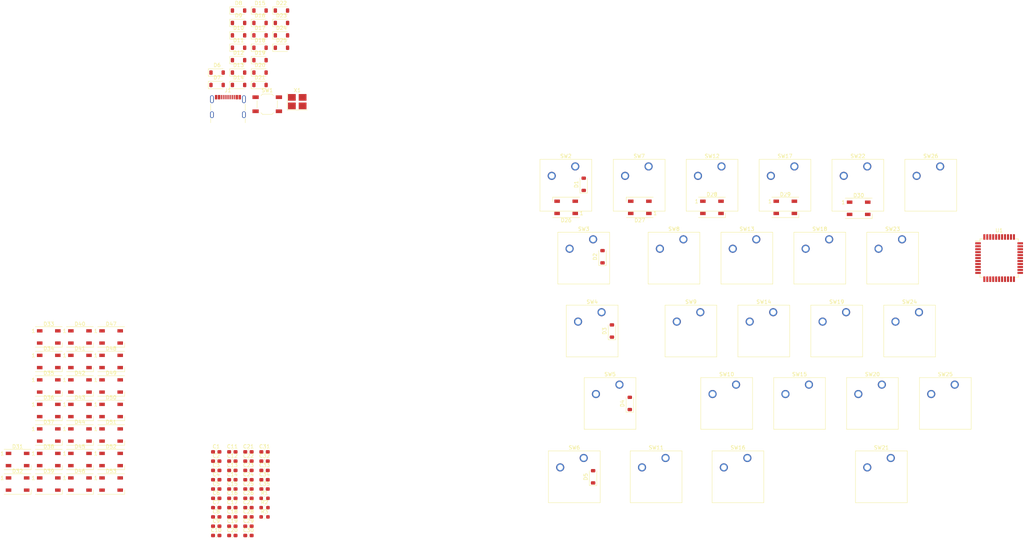
<source format=kicad_pcb>
(kicad_pcb (version 20221018) (generator pcbnew)
  (layers (0 "F.Cu" signal) (31 "B.Cu" signal) (34 "B.Paste" user) (35 "F.Paste" user) (36 "B.SilkS" user "B.Silkscreen") (37 "F.SilkS" user "F.Silkscreen") (38 "B.Mask" user) (39 "F.Mask" user) (44 "Edge.Cuts" user))
  (net 0 "")
  (net 1 "VUSB")
  (net 2 "UCAP")
  (net 3 "Net-(U1-UCAP)")
  (net 4 "xtal1")
  (net 5 "xtal2")
  (net 6 "VDD")
  (net 7 "+5V")
  (net 8 "row0")
  (net 9 "Net-(D1-A)")
  (net 10 "row1")
  (net 11 "Net-(D2-A)")
  (net 12 "row2")
  (net 13 "Net-(D3-A)")
  (net 14 "row3")
  (net 15 "Net-(D4-A)")
  (net 16 "row4")
  (net 17 "Net-(D5-A)")
  (net 18 "Net-(D6-A)")
  (net 19 "Net-(D7-A)")
  (net 20 "Net-(D8-A)")
  (net 21 "Net-(D9-A)")
  (net 22 "Net-(D10-A)")
  (net 23 "Net-(D11-A)")
  (net 24 "Net-(D12-A)")
  (net 25 "Net-(D13-A)")
  (net 26 "Net-(D14-A)")
  (net 27 "Net-(D15-A)")
  (net 28 "Net-(D16-A)")
  (net 29 "Net-(D17-A)")
  (net 30 "Net-(D18-A)")
  (net 31 "Net-(D19-A)")
  (net 32 "Net-(D20-A)")
  (net 33 "Net-(D21-A)")
  (net 34 "Net-(D22-A)")
  (net 35 "Net-(D23-A)")
  (net 36 "Net-(D24-A)")
  (net 37 "Net-(D25-A)")
  (net 38 "Net-(D26-DOUT)")
  (net 39 "Net-(D26-DIN)")
  (net 40 "Net-(D27-DOUT)")
  (net 41 "Net-(D28-DOUT)")
  (net 42 "Net-(D29-DOUT)")
  (net 43 "Net-(D30-DOUT)")
  (net 44 "Net-(D31-DOUT)")
  (net 45 "Net-(D32-DOUT)")
  (net 46 "Net-(D33-DOUT)")
  (net 47 "Net-(D34-DOUT)")
  (net 48 "Net-(D35-DOUT)")
  (net 49 "Net-(D36-DOUT)")
  (net 50 "Net-(D37-DOUT)")
  (net 51 "Net-(D38-DOUT)")
  (net 52 "Net-(D39-DOUT)")
  (net 53 "Net-(D40-DOUT)")
  (net 54 "Net-(D41-DOUT)")
  (net 55 "Net-(D41-DIN)")
  (net 56 "Net-(D42-DOUT)")
  (net 57 "Net-(D43-DOUT)")
  (net 58 "Net-(D44-DOUT)")
  (net 59 "Net-(D45-DOUT)")
  (net 60 "Net-(D46-DOUT)")
  (net 61 "Net-(D47-DOUT)")
  (net 62 "Net-(D48-DOUT)")
  (net 63 "Net-(D49-DOUT)")
  (net 64 "Net-(D50-DOUT)")
  (net 65 "Net-(D51-DOUT)")
  (net 67 "D+")
  (net 68 "D-")
  (net 72 "Net-(U1-~{RESET})")
  (net 73 "Net-(U1-~{HWB}{slash}PE2)")
  (net 74 "LEDs")
  (net 75 "col0")
  (net 76 "col1")
  (net 77 "col2")
  (net 78 "col3")
  (net 79 "col4")
  (net 80 "col5")
  (footprint "Crystal:Crystal_SMD_3225-4Pin_3.2x2.5mm_HandSoldering" (layer "F.Cu") (at -22.25 32.028)
    (fp_text reference "X1" (at 0 -3.05) (layer "F.SilkS"))
    (fp_text value "XTAL_GND")
    (pad "1" smd rect (at -1.45 1.15) (size 2.1 1.8) (layers "F.Cu" "F.Paste" "F.Mask") (net 4 "xtal1"))
    (pad "2" smd rect (at 1.45 1.15) (size 2.1 1.8) (layers "F.Cu" "F.Paste" "F.Mask") (net 5 "xtal2"))
    (pad "3" smd rect (at 1.45 -1.15) (size 2.1 1.8) (layers "F.Cu" "F.Paste" "F.Mask") (net 2 "UCAP"))
    (pad "4" smd rect (at -1.45 -1.15) (size 2.1 1.8) (layers "F.Cu" "F.Paste" "F.Mask"))
  )
  (footprint "Diode_SMD:D_SOD-123" (layer "F.Cu") (at -32.305 20.828)
    (fp_text reference "D19" (at 0 -2) (layer "F.SilkS"))
    (fp_text value "D")
    (pad "1" smd roundrect (at -1.65 0) (size 0.9 1.2) (layers "F.Cu" "F.Paste" "F.Mask") (net 14 "row3"))
    (pad "2" smd roundrect (at 1.65 0) (size 0.9 1.2) (layers "F.Cu" "F.Paste" "F.Mask") (net 31 "Net-(D19-A)"))
  )
  (footprint "Capacitor_SMD:C_0603_1608Metric_Pad1.08x0.95mm_HandSolder" (layer "F.Cu") (at -39.7775 126.612)
    (fp_text reference "C11" (at 0 -1.43) (layer "F.SilkS"))
    (fp_text value "0.1u")
    (pad "1" smd roundrect (at -0.8625 0) (size 1.075 0.95) (layers "F.Cu" "F.Paste" "F.Mask") (net 6 "VDD"))
    (pad "2" smd roundrect (at 0.8625 0) (size 1.075 0.95) (layers "F.Cu" "F.Paste" "F.Mask") (net 7 "+5V"))
  )
  (footprint "Button_Switch_Keyboard:SW_Cherry_MX_1.50u_Plate" (layer "F.Cu") (at 57.658 69.215)
    (fp_text reference "SW3" (at -2.54 -2.794) (layer "F.SilkS"))
    (fp_text value "SW_DIP_x01")
    (pad "" np_thru_hole circle (at -2.54 5.08) (size 4 4) (drill 4) (layers "*.Cu" "*.Mask"))
    (pad "1" thru_hole circle (at 0 0) (size 2.2 2.2) (drill 1.5) (layers "*.Cu" "*.Mask") (net 11 "Net-(D2-A)"))
    (pad "2" thru_hole circle (at -6.35 2.54) (size 2.2 2.2) (drill 1.5) (layers "*.Cu" "*.Mask") (net 75 "col0"))
  )
  (footprint "Button_Switch_Keyboard:SW_Cherry_MX_1.00u_Plate" (layer "F.Cu") (at 77.216 128.27)
    (fp_text reference "SW11" (at -2.54 -2.794) (layer "F.SilkS"))
    (fp_text value "SW_DIP_x01")
    (pad "" np_thru_hole circle (at -2.54 5.08) (size 4 4) (drill 4) (layers "*.Cu" "*.Mask"))
    (pad "1" thru_hole circle (at 0 0) (size 2.2 2.2) (drill 1.5) (layers "*.Cu" "*.Mask") (net 22 "Net-(D10-A)"))
    (pad "2" thru_hole circle (at -6.35 2.54) (size 2.2 2.2) (drill 1.5) (layers "*.Cu" "*.Mask") (net 76 "col1"))
  )
  (footprint "Button_Switch_Keyboard:SW_Cherry_MX_1.25u_Plate" (layer "F.Cu") (at 55.118 128.27)
    (fp_text reference "SW6" (at -2.54 -2.794) (layer "F.SilkS"))
    (fp_text value "SW_DIP_x01")
    (pad "" np_thru_hole circle (at -2.54 5.08) (size 4 4) (drill 4) (layers "*.Cu" "*.Mask"))
    (pad "1" thru_hole circle (at 0 0) (size 2.2 2.2) (drill 1.5) (layers "*.Cu" "*.Mask") (net 17 "Net-(D5-A)"))
    (pad "2" thru_hole circle (at -6.35 2.54) (size 2.2 2.2) (drill 1.5) (layers "*.Cu" "*.Mask") (net 75 "col0"))
  )
  (footprint "Package_QFP:TQFP-44_10x10mm_P0.8mm" (layer "F.Cu") (at 167.31 74.28)
    (fp_text reference "U1" (at 0 -7.45) (layer "F.SilkS"))
    (fp_text value "ATmega32U4-A")
    (pad "1" smd rect (at -5.7 -4) (size 1.5 0.55) (layers "F.Cu" "F.Paste" "F.Mask"))
    (pad "2" smd rect (at -5.7 -3.2) (size 1.5 0.55) (layers "F.Cu" "F.Paste" "F.Mask") (net 1 "VUSB"))
    (pad "3" smd rect (at -5.7 -2.4) (size 1.5 0.55) (layers "F.Cu" "F.Paste" "F.Mask") (net 68 "D-"))
    (pad "4" smd rect (at -5.7 -1.6) (size 1.5 0.55) (layers "F.Cu" "F.Paste" "F.Mask") (net 67 "D+"))
    (pad "5" smd rect (at -5.7 -0.8) (size 1.5 0.55) (layers "F.Cu" "F.Paste" "F.Mask") (net 2 "UCAP"))
    (pad "6" smd rect (at -5.7 0) (size 1.5 0.55) (layers "F.Cu" "F.Paste" "F.Mask") (net 3 "Net-(U1-UCAP)"))
    (pad "7" smd rect (at -5.7 0.8) (size 1.5 0.55) (layers "F.Cu" "F.Paste" "F.Mask") (net 1 "VUSB"))
    (pad "8" smd rect (at -5.7 1.6) (size 1.5 0.55) (layers "F.Cu" "F.Paste" "F.Mask") (net 8 "row0"))
    (pad "9" smd rect (at -5.7 2.4) (size 1.5 0.55) (layers "F.Cu" "F.Paste" "F.Mask") (net 10 "row1"))
    (pad "10" smd rect (at -5.7 3.2) (size 1.5 0.55) (layers "F.Cu" "F.Paste" "F.Mask") (net 12 "row2"))
    (pad "11" smd rect (at -5.7 4) (size 1.5 0.55) (layers "F.Cu" "F.Paste" "F.Mask") (net 14 "row3"))
    (pad "12" smd rect (at -4 5.7 90) (size 1.5 0.55) (layers "F.Cu" "F.Paste" "F.Mask"))
    (pad "13" smd rect (at -3.2 5.7 90) (size 1.5 0.55) (layers "F.Cu" "F.Paste" "F.Mask") (net 72 "Net-(U1-~{RESET})"))
    (pad "14" smd rect (at -2.4 5.7 90) (size 1.5 0.55) (layers "F.Cu" "F.Paste" "F.Mask") (net 1 "VUSB"))
    (pad "15" smd rect (at -1.6 5.7 90) (size 1.5 0.55) (layers "F.Cu" "F.Paste" "F.Mask") (net 2 "UCAP"))
    (pad "16" smd rect (at -0.8 5.7 90) (size 1.5 0.55) (layers "F.Cu" "F.Paste" "F.Mask") (net 5 "xtal2"))
    (pad "17" smd rect (at 0 5.7 90) (size 1.5 0.55) (layers "F.Cu" "F.Paste" "F.Mask") (net 4 "xtal1"))
    (pad "18" smd rect (at 0.8 5.7 90) (size 1.5 0.55) (layers "F.Cu" "F.Paste" "F.Mask") (net 74 "LEDs"))
    (pad "19" smd rect (at 1.6 5.7 90) (size 1.5 0.55) (layers "F.Cu" "F.Paste" "F.Mask"))
    (pad "20" smd rect (at 2.4 5.7 90) (size 1.5 0.55) (layers "F.Cu" "F.Paste" "F.Mask"))
    (pad "21" smd rect (at 3.2 5.7 90) (size 1.5 0.55) (layers "F.Cu" "F.Paste" "F.Mask"))
    (pad "22" smd rect (at 4 5.7 90) (size 1.5 0.55) (layers "F.Cu" "F.Paste" "F.Mask"))
    (pad "23" smd rect (at 5.7 4) (size 1.5 0.55) (layers "F.Cu" "F.Paste" "F.Mask") (net 2 "UCAP"))
    (pad "24" smd rect (at 5.7 3.2) (size 1.5 0.55) (layers "F.Cu" "F.Paste" "F.Mask") (net 1 "VUSB"))
    (pad "25" smd rect (at 5.7 2.4) (size 1.5 0.55) (layers "F.Cu" "F.Paste" "F.Mask"))
    (pad "26" smd rect (at 5.7 1.6) (size 1.5 0.55) (layers "F.Cu" "F.Paste" "F.Mask"))
    (pad "27" smd rect (at 5.7 0.8) (size 1.5 0.55) (layers "F.Cu" "F.Paste" "F.Mask"))
    (pad "28" smd rect (at 5.7 0) (size 1.5 0.55) (layers "F.Cu" "F.Paste" "F.Mask") (net 16 "row4"))
    (pad "29" smd rect (at 5.7 -0.8) (size 1.5 0.55) (layers "F.Cu" "F.Paste" "F.Mask"))
    (pad "30" smd rect (at 5.7 -1.6) (size 1.5 0.55) (layers "F.Cu" "F.Paste" "F.Mask"))
    (pad "31" smd rect (at 5.7 -2.4) (size 1.5 0.55) (layers "F.Cu" "F.Paste" "F.Mask"))
    (pad "32" smd rect (at 5.7 -3.2) (size 1.5 0.55) (layers "F.Cu" "F.Paste" "F.Mask"))
    (pad "33" smd rect (at 5.7 -4) (size 1.5 0.55) (layers "F.Cu" "F.Paste" "F.Mask") (net 73 "Net-(U1-~{HWB}{slash}PE2)"))
    (pad "34" smd rect (at 4 -5.7 90) (size 1.5 0.55) (layers "F.Cu" "F.Paste" "F.Mask") (net 1 "VUSB"))
    (pad "35" smd rect (at 3.2 -5.7 90) (size 1.5 0.55) (layers "F.Cu" "F.Paste" "F.Mask") (net 2 "UCAP"))
    (pad "36" smd rect (at 2.4 -5.7 90) (size 1.5 0.55) (layers "F.Cu" "F.Paste" "F.Mask") (net 75 "col0"))
    (pad "37" smd rect (at 1.6 -5.7 90) (size 1.5 0.55) (layers "F.Cu" "F.Paste" "F.Mask") (net 76 "col1"))
    (pad "38" smd rect (at 0.8 -5.7 90) (size 1.5 0.55) (layers "F.Cu" "F.Paste" "F.Mask") (net 77 "col2"))
    (pad "39" smd rect (at 0 -5.7 90) (size 1.5 0.55) (layers "F.Cu" "F.Paste" "F.Mask") (net 78 "col3"))
    (pad "40" smd rect (at -0.8 -5.7 90) (size 1.5 0.55) (layers "F.Cu" "F.Paste" "F.Mask") (net 79 "col4"))
    (pad "41" smd rect (at -1.6 -5.7 90) (size 1.5 0.55) (layers "F.Cu" "F.Paste" "F.Mask") (net 80 "col5"))
    (pad "42" smd rect (at -2.4 -5.7 90) (size 1.5 0.55) (layers "F.Cu" "F.Paste" "F.Mask"))
    (pad "43" smd rect (at -3.2 -5.7 90) (size 1.5 0.55) (layers "F.Cu" "F.Paste" "F.Mask") (net 2 "UCAP"))
    (pad "44" smd rect (at -4 -5.7 90) (size 1.5 0.55) (layers "F.Cu" "F.Paste" "F.Mask") (net 1 "VUSB"))
  )
  (footprint "LED_SMD:LED_WS2812B_PLCC4_5.0x5.0mm_P3.2mm" (layer "F.Cu") (at -89.356 95.582)
    (fp_text reference "D33" (at 0 -3.5) (layer "F.SilkS"))
    (fp_text value "WS2812B")
    (fp_text user "1" (at -4.15 -1.6) (layer "F.SilkS"))
    (pad "1" smd rect (at -2.45 -1.65) (size 1.5 0.9) (layers "F.Cu" "F.Paste" "F.Mask") (net 6 "VDD"))
    (pad "2" smd rect (at -2.45 1.65) (size 1.5 0.9) (layers "F.Cu" "F.Paste" "F.Mask") (net 46 "Net-(D33-DOUT)"))
    (pad "3" smd rect (at 2.45 1.65) (size 1.5 0.9) (layers "F.Cu" "F.Paste" "F.Mask") (net 7 "+5V"))
    (pad "4" smd rect (at 2.45 -1.65) (size 1.5 0.9) (layers "F.Cu" "F.Paste" "F.Mask") (net 45 "Net-(D32-DOUT)"))
  )
  (footprint "LED_SMD:LED_WS2812B_PLCC4_5.0x5.0mm_P3.2mm" (layer "F.Cu") (at -89.356 108.822)
    (fp_text reference "D35" (at 0 -3.5) (layer "F.SilkS"))
    (fp_text value "WS2812B")
    (fp_text user "1" (at -4.15 -1.6) (layer "F.SilkS"))
    (pad "1" smd rect (at -2.45 -1.65) (size 1.5 0.9) (layers "F.Cu" "F.Paste" "F.Mask") (net 6 "VDD"))
    (pad "2" smd rect (at -2.45 1.65) (size 1.5 0.9) (layers "F.Cu" "F.Paste" "F.Mask") (net 48 "Net-(D35-DOUT)"))
    (pad "3" smd rect (at 2.45 1.65) (size 1.5 0.9) (layers "F.Cu" "F.Paste" "F.Mask") (net 7 "+5V"))
    (pad "4" smd rect (at 2.45 -1.65) (size 1.5 0.9) (layers "F.Cu" "F.Paste" "F.Mask") (net 47 "Net-(D34-DOUT)"))
  )
  (footprint "Button_Switch_Keyboard:SW_Cherry_MX_1.00u_Plate" (layer "F.Cu") (at 96.266 108.458)
    (fp_text reference "SW10" (at -2.54 -2.794) (layer "F.SilkS"))
    (fp_text value "SW_DIP_x01")
    (pad "" np_thru_hole circle (at -2.54 5.08) (size 4 4) (drill 4) (layers "*.Cu" "*.Mask"))
    (pad "1" thru_hole circle (at 0 0) (size 2.2 2.2) (drill 1.5) (layers "*.Cu" "*.Mask") (net 21 "Net-(D9-A)"))
    (pad "2" thru_hole circle (at -6.35 2.54) (size 2.2 2.2) (drill 1.5) (layers "*.Cu" "*.Mask") (net 76 "col1"))
  )
  (footprint "Diode_SMD:D_SOD-123" (layer "F.Cu") (at -43.895 27.528)
    (fp_text reference "D7" (at 0 -2) (layer "F.SilkS"))
    (fp_text value "D")
    (pad "1" smd roundrect (at -1.65 0) (size 0.9 1.2) (layers "F.Cu" "F.Paste" "F.Mask") (net 10 "row1"))
    (pad "2" smd roundrect (at 1.65 0) (size 0.9 1.2) (layers "F.Cu" "F.Paste" "F.Mask") (net 19 "Net-(D7-A)"))
  )
  (footprint "Button_Switch_Keyboard:SW_Cherry_MX_1.00u_Plate" (layer "F.Cu") (at 121.412 69.215)
    (fp_text reference "SW18" (at -2.54 -2.794) (layer "F.SilkS"))
    (fp_text value "SW_DIP_x01")
    (pad "" np_thru_hole circle (at -2.54 5.08) (size 4 4) (drill 4) (layers "*.Cu" "*.Mask"))
    (pad "1" thru_hole circle (at 0 0) (size 2.2 2.2) (drill 1.5) (layers "*.Cu" "*.Mask") (net 29 "Net-(D17-A)"))
    (pad "2" thru_hole circle (at -6.35 2.54) (size 2.2 2.2) (drill 1.5) (layers "*.Cu" "*.Mask") (net 78 "col3"))
  )
  (footprint "Diode_SMD:D_SOD-123" (layer "F.Cu") (at -38.1 24.178)
    (fp_text reference "D13" (at 0 -2) (layer "F.SilkS"))
    (fp_text value "D")
    (pad "1" smd roundrect (at -1.65 0) (size 0.9 1.2) (layers "F.Cu" "F.Paste" "F.Mask") (net 12 "row2"))
    (pad "2" smd roundrect (at 1.65 0) (size 0.9 1.2) (layers "F.Cu" "F.Paste" "F.Mask") (net 25 "Net-(D13-A)"))
  )
  (footprint "LED_SMD:LED_WS2812B_PLCC4_5.0x5.0mm_P3.2mm" (layer "F.Cu") (at -80.936 128.682)
    (fp_text reference "D45" (at 0 -3.5) (layer "F.SilkS"))
    (fp_text value "WS2812B")
    (fp_text user "1" (at -4.15 -1.6) (layer "F.SilkS"))
    (pad "1" smd rect (at -2.45 -1.65) (size 1.5 0.9) (layers "F.Cu" "F.Paste" "F.Mask") (net 6 "VDD"))
    (pad "2" smd rect (at -2.45 1.65) (size 1.5 0.9) (layers "F.Cu" "F.Paste" "F.Mask") (net 59 "Net-(D45-DOUT)"))
    (pad "3" smd rect (at 2.45 1.65) (size 1.5 0.9) (layers "F.Cu" "F.Paste" "F.Mask") (net 7 "+5V"))
    (pad "4" smd rect (at 2.45 -1.65) (size 1.5 0.9) (layers "F.Cu" "F.Paste" "F.Mask") (net 56 "Net-(D42-DOUT)"))
  )
  (footprint "LED_SMD:LED_WS2812B_PLCC4_5.0x5.0mm_P3.2mm" (layer "F.Cu") (at -97.776 128.682)
    (fp_text reference "D31" (at 0 -3.5) (layer "F.SilkS"))
    (fp_text value "WS2812B")
    (fp_text user "1" (at -4.15 -1.6) (layer "F.SilkS"))
    (pad "1" smd rect (at -2.45 -1.65) (size 1.5 0.9) (layers "F.Cu" "F.Paste" "F.Mask") (net 6 "VDD"))
    (pad "2" smd rect (at -2.45 1.65) (size 1.5 0.9) (layers "F.Cu" "F.Paste" "F.Mask") (net 44 "Net-(D31-DOUT)"))
    (pad "3" smd rect (at 2.45 1.65) (size 1.5 0.9) (layers "F.Cu" "F.Paste" "F.Mask") (net 7 "+5V"))
    (pad "4" smd rect (at 2.45 -1.65) (size 1.5 0.9) (layers "F.Cu" "F.Paste" "F.Mask") (net 43 "Net-(D30-DOUT)"))
  )
  (footprint "LED_SMD:LED_WS2812B_PLCC4_5.0x5.0mm_P3.2mm" (layer "F.Cu") (at 89.752 60.578)
    (fp_text reference "D28" (at 0 -3.5) (layer "F.SilkS"))
    (fp_text value "WS2812B")
    (fp_text user "1" (at -4.15 -1.6) (layer "F.SilkS"))
    (pad "1" smd rect (at -2.45 -1.65) (size 1.5 0.9) (layers "F.Cu" "F.Paste" "F.Mask") (net 6 "VDD"))
    (pad "2" smd rect (at -2.45 1.65) (size 1.5 0.9) (layers "F.Cu" "F.Paste" "F.Mask") (net 41 "Net-(D28-DOUT)"))
    (pad "3" smd rect (at 2.45 1.65) (size 1.5 0.9) (layers "F.Cu" "F.Paste" "F.Mask") (net 7 "+5V"))
    (pad "4" smd rect (at 2.45 -1.65) (size 1.5 0.9) (layers "F.Cu" "F.Paste" "F.Mask") (net 40 "Net-(D27-DOUT)"))
  )
  (footprint "Capacitor_SMD:C_0603_1608Metric_Pad1.08x0.95mm_HandSolder" (layer "F.Cu") (at -31.0775 129.122)
    (fp_text reference "C32" (at 0 -1.43) (layer "F.SilkS"))
    (fp_text value "0.1u")
    (pad "1" smd roundrect (at -0.8625 0) (size 1.075 0.95) (layers "F.Cu" "F.Paste" "F.Mask") (net 6 "VDD"))
    (pad "2" smd roundrect (at 0.8625 0) (size 1.075 0.95) (layers "F.Cu" "F.Paste" "F.Mask") (net 7 "+5V"))
  )
  (footprint "Button_Switch_Keyboard:SW_Cherry_MX_1.00u_Plate" (layer "F.Cu") (at 135.636 108.458)
    (fp_text reference "SW20" (at -2.54 -2.794) (layer "F.SilkS"))
    (fp_text value "SW_DIP_x01")
    (pad "" np_thru_hole circle (at -2.54 5.08) (size 4 4) (drill 4) (layers "*.Cu" "*.Mask"))
    (pad "1" thru_hole circle (at 0 0) (size 2.2 2.2) (drill 1.5) (layers "*.Cu" "*.Mask") (net 31 "Net-(D19-A)"))
    (pad "2" thru_hole circle (at -6.35 2.54) (size 2.2 2.2) (drill 1.5) (layers "*.Cu" "*.Mask") (net 78 "col3"))
  )
  (footprint "Diode_SMD:D_SOD-123" (layer "F.Cu") (at 55.118 54.356 90)
    (fp_text reference "D1" (at 0 -2 90) (layer "F.SilkS"))
    (fp_text value "D")
    (pad "1" smd roundrect (at -1.65 0 90) (size 0.9 1.2) (layers "F.Cu" "F.Paste" "F.Mask") (net 8 "row0"))
    (pad "2" smd roundrect (at 1.65 0 90) (size 0.9 1.2) (layers "F.Cu" "F.Paste" "F.Mask") (net 9 "Net-(D1-A)"))
  )
  (footprint "Capacitor_SMD:C_0603_1608Metric_Pad1.08x0.95mm_HandSolder" (layer "F.Cu") (at -39.7775 144.182)
    (fp_text reference "C18" (at 0 -1.43) (layer "F.SilkS"))
    (fp_text value "0.1u")
    (pad "1" smd roundrect (at -0.8625 0) (size 1.075 0.95) (layers "F.Cu" "F.Paste" "F.Mask") (net 6 "VDD"))
    (pad "2" smd roundrect (at 0.8625 0) (size 1.075 0.95) (layers "F.Cu" "F.Paste" "F.Mask") (net 7 "+5V"))
  )
  (footprint "Capacitor_SMD:C_0603_1608Metric_Pad1.08x0.95mm_HandSolder" (layer "F.Cu") (at -44.1275 136.652)
    (fp_text reference "C5" (at 0 -1.43) (layer "F.SilkS"))
    (fp_text value "1u")
    (pad "1" smd roundrect (at -0.8625 0) (size 1.075 0.95) (layers "F.Cu" "F.Paste" "F.Mask") (net 2 "UCAP"))
    (pad "2" smd roundrect (at 0.8625 0) (size 1.075 0.95) (layers "F.Cu" "F.Paste" "F.Mask") (net 3 "Net-(U1-UCAP)"))
  )
  (footprint "Capacitor_SMD:C_0603_1608Metric_Pad1.08x0.95mm_HandSolder" (layer "F.Cu") (at -44.1275 149.202)
    (fp_text reference "C10" (at 0 -1.43) (layer "F.SilkS"))
    (fp_text value "0.1u")
    (pad "1" smd roundrect (at -0.8625 0) (size 1.075 0.95) (layers "F.Cu" "F.Paste" "F.Mask") (net 6 "VDD"))
    (pad "2" smd roundrect (at 0.8625 0) (size 1.075 0.95) (layers "F.Cu" "F.Paste" "F.Mask") (net 7 "+5V"))
  )
  (footprint "Diode_SMD:D_SOD-123" (layer "F.Cu") (at -38.1 17.478)
    (fp_text reference "D11" (at 0 -2) (layer "F.SilkS"))
    (fp_text value "D")
    (pad "1" smd roundrect (at -1.65 0) (size 0.9 1.2) (layers "F.Cu" "F.Paste" "F.Mask") (net 8 "row0"))
    (pad "2" smd roundrect (at 1.65 0) (size 0.9 1.2) (layers "F.Cu" "F.Paste" "F.Mask") (net 23 "Net-(D11-A)"))
  )
  (footprint "Button_Switch_Keyboard:SW_Cherry_MX_1.00u_Plate" (layer "F.Cu") (at 125.984 88.9)
    (fp_text reference "SW19" (at -2.54 -2.794) (layer "F.SilkS"))
    (fp_text value "SW_DIP_x01")
    (pad "" np_thru_hole circle (at -2.54 5.08) (size 4 4) (drill 4) (layers "*.Cu" "*.Mask"))
    (pad "1" thru_hole circle (at 0 0) (size 2.2 2.2) (drill 1.5) (layers "*.Cu" "*.Mask") (net 30 "Net-(D18-A)"))
    (pad "2" thru_hole circle (at -6.35 2.54) (size 2.2 2.2) (drill 1.5) (layers "*.Cu" "*.Mask") (net 78 "col3"))
  )
  (footprint "LED_SMD:LED_WS2812B_PLCC4_5.0x5.0mm_P3.2mm" (layer "F.Cu") (at -72.516 122.062)
    (fp_text reference "D51" (at 0 -3.5) (layer "F.SilkS"))
    (fp_text value "WS2812B")
    (fp_text user "1" (at -4.15 -1.6) (layer "F.SilkS"))
    (pad "1" smd rect (at -2.45 -1.65) (size 1.5 0.9) (layers "F.Cu" "F.Paste" "F.Mask") (net 6 "VDD"))
    (pad "2" smd rect (at -2.45 1.65) (size 1.5 0.9) (layers "F.Cu" "F.Paste" "F.Mask") (net 65 "Net-(D51-DOUT)"))
    (pad "3" smd rect (at 2.45 1.65) (size 1.5 0.9) (layers "F.Cu" "F.Paste" "F.Mask") (net 7 "+5V"))
    (pad "4" smd rect (at 2.45 -1.65) (size 1.5 0.9) (layers "F.Cu" "F.Paste" "F.Mask") (net 63 "Net-(D49-DOUT)"))
  )
  (footprint "LED_SMD:LED_WS2812B_PLCC4_5.0x5.0mm_P3.2mm" (layer "F.Cu") (at -97.776 135.302)
    (fp_text reference "D32" (at 0 -3.5) (layer "F.SilkS"))
    (fp_text value "WS2812B")
    (fp_text user "1" (at -4.15 -1.6) (layer "F.SilkS"))
    (pad "1" smd rect (at -2.45 -1.65) (size 1.5 0.9) (layers "F.Cu" "F.Paste" "F.Mask") (net 6 "VDD"))
    (pad "2" smd rect (at -2.45 1.65) (size 1.5 0.9) (layers "F.Cu" "F.Paste" "F.Mask") (net 45 "Net-(D32-DOUT)"))
    (pad "3" smd rect (at 2.45 1.65) (size 1.5 0.9) (layers "F.Cu" "F.Paste" "F.Mask") (net 7 "+5V"))
    (pad "4" smd rect (at 2.45 -1.65) (size 1.5 0.9) (layers "F.Cu" "F.Paste" "F.Mask") (net 44 "Net-(D31-DOUT)"))
  )
  (footprint "Button_Switch_Keyboard:SW_Cherry_MX_1.75u_Plate" (layer "F.Cu") (at 59.944 88.9)
    (fp_text reference "SW4" (at -2.54 -2.794) (layer "F.SilkS"))
    (fp_text value "SW_DIP_x01")
    (pad "" np_thru_hole circle (at -2.54 5.08) (size 4 4) (drill 4) (layers "*.Cu" "*.Mask"))
    (pad "1" thru_hole circle (at 0 0) (size 2.2 2.2) (drill 1.5) (layers "*.Cu" "*.Mask") (net 13 "Net-(D3-A)"))
    (pad "2" thru_hole circle (at -6.35 2.54) (size 2.2 2.2) (drill 1.5) (layers "*.Cu" "*.Mask") (net 75 "col0"))
  )
  (footprint "Button_Switch_Keyboard:SW_Cherry_MX_1.00u_Plate" (layer "F.Cu") (at 92.329 49.53)
    (fp_text reference "SW12" (at -2.54 -2.794) (layer "F.SilkS"))
    (fp_text value "SW_DIP_x01")
    (pad "" np_thru_hole circle (at -2.54 5.08) (size 4 4) (drill 4) (layers "*.Cu" "*.Mask"))
    (pad "1" thru_hole circle (at 0 0) (size 2.2 2.2) (drill 1.5) (layers "*.Cu" "*.Mask") (net 23 "Net-(D11-A)"))
    (pad "2" thru_hole circle (at -6.35 2.54) (size 2.2 2.2) (drill 1.5) (layers "*.Cu" "*.Mask") (net 77 "col2"))
  )
  (footprint "LED_SMD:LED_WS2812B_PLCC4_5.0x5.0mm_P3.2mm" (layer "F.Cu") (at -72.516 95.582)
    (fp_text reference "D47" (at 0 -3.5) (layer "F.SilkS"))
    (fp_text value "WS2812B")
    (fp_text user "1" (at -4.15 -1.6) (layer "F.SilkS"))
    (pad "1" smd rect (at -2.45 -1.65) (size 1.5 0.9) (layers "F.Cu" "F.Paste" "F.Mask") (net 6 "VDD"))
    (pad "2" smd rect (at -2.45 1.65) (size 1.5 0.9) (layers "F.Cu" "F.Paste" "F.Mask") (net 61 "Net-(D47-DOUT)"))
    (pad "3" smd rect (at 2.45 1.65) (size 1.5 0.9) (layers "F.Cu" "F.Paste" "F.Mask") (net 7 "+5V"))
    (pad "4" smd rect (at 2.45 -1.65) (size 1.5 0.9) (layers "F.Cu" "F.Paste" "F.Mask") (net 59 "Net-(D45-DOUT)"))
  )
  (footprint "LED_SMD:LED_WS2812B_PLCC4_5.0x5.0mm_P3.2mm" (layer "F.Cu") (at -72.516 135.302)
    (fp_text reference "D53" (at 0 -3.5) (layer "F.SilkS"))
    (fp_text value "WS2812B")
    (fp_text user "1" (at -4.15 -1.6) (layer "F.SilkS"))
    (pad "1" smd rect (at -2.45 -1.65) (size 1.5 0.9) (layers "F.Cu" "F.Paste" "F.Mask") (net 6 "VDD"))
    (pad "2" smd rect (at -2.45 1.65) (size 1.5 0.9) (layers "F.Cu" "F.Paste" "F.Mask") (net 55 "Net-(D41-DIN)"))
    (pad "3" smd rect (at 2.45 1.65) (size 1.5 0.9) (layers "F.Cu" "F.Paste" "F.Mask") (net 7 "+5V"))
    (pad "4" smd rect (at 2.45 -1.65) (size 1.5 0.9) (layers "F.Cu" "F.Paste" "F.Mask") (net 65 "Net-(D51-DOUT)"))
  )
  (footprint "Capacitor_SMD:C_0603_1608Metric_Pad1.08x0.95mm_HandSolder" (layer "F.Cu") (at -35.4275 129.122)
    (fp_text reference "C22" (at 0 -1.43) (layer "F.SilkS"))
    (fp_text value "0.1u")
    (pad "1" smd roundrect (at -0.8625 0) (size 1.075 0.95) (layers "F.Cu" "F.Paste" "F.Mask") (net 6 "VDD"))
    (pad "2" smd roundrect (at 0.8625 0) (size 1.075 0.95) (layers "F.Cu" "F.Paste" "F.Mask") (net 7 "+5V"))
  )
  (footprint "Button_Switch_Keyboard:SW_Cherry_MX_1.00u_Plate" (layer "F.Cu") (at 101.727 69.215)
    (fp_text reference "SW13" (at -2.54 -2.794) (layer "F.SilkS"))
    (fp_text value "SW_DIP_x01")
    (pad "" np_thru_hole circle (at -2.54 5.08) (size 4 4) (drill 4) (layers "*.Cu" "*.Mask"))
    (pad "1" thru_hole circle (at 0 0) (size 2.2 2.2) (drill 1.5) (layers "*.Cu" "*.Mask") (net 24 "Net-(D12-A)"))
    (pad "2" thru_hole circle (at -6.35 2.54) (size 2.2 2.2) (drill 1.5) (layers "*.Cu" "*.Mask") (net 77 "col2"))
  )
  (footprint "Button_Switch_SMD:SW_SPST_TL3342" (layer "F.Cu") (at -30.35 32.728)
    (fp_text reference "SW1" (at 0 -3.75) (layer "F.SilkS"))
    (fp_text value "SW_Push")
    (pad "1" smd rect (at -3.15 -1.9) (size 1.7 1) (layers "F.Cu" "F.Paste" "F.Mask") (net 2 "UCAP"))
    (pad "1" smd rect (at 3.15 -1.9) (size 1.7 1) (layers "F.Cu" "F.Paste" "F.Mask") (net 2 "UCAP"))
    (pad "2" smd rect (at -3.15 1.9) (size 1.7 1) (layers "F.Cu" "F.Paste" "F.Mask") (net 72 "Net-(U1-~{RESET})"))
    (pad "2" smd rect (at 3.15 1.9) (size 1.7 1) (layers "F.Cu" "F.Paste" "F.Mask") (net 72 "Net-(U1-~{RESET})"))
  )
  (footprint "Diode_SMD:D_SOD-123" (layer "F.Cu") (at -26.51 17.478)
    (fp_text reference "D25" (at 0 -2) (layer "F.SilkS"))
    (fp_text value "D")
    (pad "1" smd roundrect (at -1.65 0) (size 0.9 1.2) (layers "F.Cu" "F.Paste" "F.Mask") (net 8 "row0"))
    (pad "2" smd roundrect (at 1.65 0) (size 0.9 1.2) (layers "F.Cu" "F.Paste" "F.Mask") (net 37 "Net-(D25-A)"))
  )
  (footprint "Diode_SMD:D_SOD-123" (layer "F.Cu") (at -26.51 10.778)
    (fp_text reference "D23" (at 0 -2) (layer "F.SilkS"))
    (fp_text value "D")
    (pad "1" smd roundrect (at -1.65 0) (size 0.9 1.2) (layers "F.Cu" "F.Paste" "F.Mask") (net 12 "row2"))
    (pad "2" smd roundrect (at 1.65 0) (size 0.9 1.2) (layers "F.Cu" "F.Paste" "F.Mask") (net 35 "Net-(D23-A)"))
  )
  (footprint "LED_SMD:LED_WS2812B_PLCC4_5.0x5.0mm_P3.2mm" (layer "F.Cu") (at -89.356 115.442)
    (fp_text reference "D36" (at 0 -3.5) (layer "F.SilkS"))
    (fp_text value "WS2812B")
    (fp_text user "1" (at -4.15 -1.6) (layer "F.SilkS"))
    (pad "1" smd rect (at -2.45 -1.65) (size 1.5 0.9) (layers "F.Cu" "F.Paste" "F.Mask") (net 6 "VDD"))
    (pad "2" smd rect (at -2.45 1.65) (size 1.5 0.9) (layers "F.Cu" "F.Paste" "F.Mask") (net 49 "Net-(D36-DOUT)"))
    (pad "3" smd rect (at 2.45 1.65) (size 1.5 0.9) (layers "F.Cu" "F.Paste" "F.Mask") (net 7 "+5V"))
    (pad "4" smd rect (at 2.45 -1.65) (size 1.5 0.9) (layers "F.Cu" "F.Paste" "F.Mask") (net 48 "Net-(D35-DOUT)"))
  )
  (footprint "Diode_SMD:D_SOD-123" (layer "F.Cu") (at -32.305 17.478)
    (fp_text reference "D18" (at 0 -2) (layer "F.SilkS"))
    (fp_text value "D")
    (pad "1" smd roundrect (at -1.65 0) (size 0.9 1.2) (layers "F.Cu" "F.Paste" "F.Mask") (net 12 "row2"))
    (pad "2" smd roundrect (at 1.65 0) (size 0.9 1.2) (layers "F.Cu" "F.Paste" "F.Mask") (net 30 "Net-(D18-A)"))
  )
  (footprint "LED_SMD:LED_WS2812B_PLCC4_5.0x5.0mm_P3.2mm" (layer "F.Cu") (at -89.356 102.202)
    (fp_text reference "D34" (at 0 -3.5) (layer "F.SilkS"))
    (fp_text value "WS2812B")
    (fp_text user "1" (at -4.15 -1.6) (layer "F.SilkS"))
    (pad "1" smd rect (at -2.45 -1.65) (size 1.5 0.9) (layers "F.Cu" "F.Paste" "F.Mask") (net 6 "VDD"))
    (pad "2" smd rect (at -2.45 1.65) (size 1.5 0.9) (layers "F.Cu" "F.Paste" "F.Mask") (net 47 "Net-(D34-DOUT)"))
    (pad "3" smd rect (at 2.45 1.65) (size 1.5 0.9) (layers "F.Cu" "F.Paste" "F.Mask") (net 7 "+5V"))
    (pad "4" smd rect (at 2.45 -1.65) (size 1.5 0.9) (layers "F.Cu" "F.Paste" "F.Mask") (net 46 "Net-(D33-DOUT)"))
  )
  (footprint "Diode_SMD:D_SOD-123" (layer "F.Cu") (at -38.1 14.128)
    (fp_text reference "D10" (at 0 -2) (layer "F.SilkS"))
    (fp_text value "D")
    (pad "1" smd roundrect (at -1.65 0) (size 0.9 1.2) (layers "F.Cu" "F.Paste" "F.Mask") (net 16 "row4"))
    (pad "2" smd roundrect (at 1.65 0) (size 0.9 1.2) (layers "F.Cu" "F.Paste" "F.Mask") (net 22 "Net-(D10-A)"))
  )
  (footprint "Capacitor_SMD:C_0603_1608Metric_Pad1.08x0.95mm_HandSolder" (layer "F.Cu") (at -35.4275 131.632)
    (fp_text reference "C23" (at 0 -1.43) (layer "F.SilkS"))
    (fp_text value "0.1u")
    (pad "1" smd roundrect (at -0.8625 0) (size 1.075 0.95) (layers "F.Cu" "F.Paste" "F.Mask") (net 6 "VDD"))
    (pad "2" smd roundrect (at 0.8625 0) (size 1.075 0.95) (layers "F.Cu" "F.Paste" "F.Mask") (net 7 "+5V"))
  )
  (footprint "Diode_SMD:D_SOD-123" (layer "F.Cu") (at -38.1 10.778)
    (fp_text reference "D9" (at 0 -2) (layer "F.SilkS"))
    (fp_text value "D")
    (pad "1" smd roundrect (at -1.65 0) (size 0.9 1.2) (layers "F.Cu" "F.Paste" "F.Mask") (net 14 "row3"))
    (pad "2" smd roundrect (at 1.65 0) (size 0.9 1.2) (layers "F.Cu" "F.Paste" "F.Mask") (net 21 "Net-(D9-A)"))
  )
  (footprint "LED_SMD:LED_WS2812B_PLCC4_5.0x5.0mm_P3.2mm" (layer "F.Cu") (at -80.936 135.302)
    (fp_text reference "D46" (at 0 -3.5) (layer "F.SilkS"))
    (fp_text value "WS2812B")
    (fp_text user "1" (at -4.15 -1.6) (layer "F.SilkS"))
    (pad "1" smd rect (at -2.45 -1.65) (size 1.5 0.9) (layers "F.Cu" "F.Paste" "F.Mask") (net 6 "VDD"))
    (pad "2" smd rect (at -2.45 1.65) (size 1.5 0.9) (layers "F.Cu" "F.Paste" "F.Mask") (net 60 "Net-(D46-DOUT)"))
    (pad "3" smd rect (at 2.45 1.65) (size 1.5 0.9) (layers "F.Cu" "F.Paste" "F.Mask") (net 7 "+5V"))
    (pad "4" smd rect (at 2.45 -1.65) (size 1.5 0.9) (layers "F.Cu" "F.Paste" "F.Mask") (net 58 "Net-(D44-DOUT)"))
  )
  (footprint "Diode_SMD:D_SOD-123" (layer "F.Cu") (at -32.305 10.778)
    (fp_text reference "D16" (at 0 -2) (layer "F.SilkS"))
    (fp_text value "D")
    (pad "1" smd roundrect (at -1.65 0) (size 0.9 1.2) (layers "F.Cu" "F.Paste" "F.Mask") (net 8 "row0"))
    (pad "2" smd roundrect (at 1.65 0) (size 0.9 1.2) (layers "F.Cu" "F.Paste" "F.Mask") (net 28 "Net-(D16-A)"))
  )
  (footprint "Capacitor_SMD:C_0603_1608Metric_Pad1.08x0.95mm_HandSolder" (layer "F.Cu") (at -35.4275 139.162)
    (fp_text reference "C26" (at 0 -1.43) (layer "F.SilkS"))
    (fp_text value "0.1u")
    (pad "1" smd roundrect (at -0.8625 0) (size 1.075 0.95) (layers "F.Cu" "F.Paste" "F.Mask") (net 6 "VDD"))
    (pad "2" smd roundrect (at 0.8625 0) (size 1.075 0.95) (layers "F.Cu" "F.Paste" "F.Mask") (net 7 "+5V"))
  )
  (footprint "LED_SMD:LED_WS2812B_PLCC4_5.0x5.0mm_P3.2mm" (layer "F.Cu") (at -89.356 128.682)
    (fp_text reference "D38" (at 0 -3.5) (layer "F.SilkS"))
    (fp_text value "WS2812B")
    (fp_text user "1" (at -4.15 -1.6) (layer "F.SilkS"))
    (pad "1" smd rect (at -2.45 -1.65) (size 1.5 0.9) (layers "F.Cu" "F.Paste" "F.Mask") (net 6 "VDD"))
    (pad "2" smd rect (at -2.45 1.65) (size 1.5 0.9) (layers "F.Cu" "F.Paste" "F.Mask") (net 51 "Net-(D38-DOUT)"))
    (pad "3" smd rect (at 2.45 1.65) (size 1.5 0.9) (layers "F.Cu" "F.Paste" "F.Mask") (net 7 "+5V"))
    (pad "4" smd rect (at 2.45 -1.65) (size 1.5 0.9) (layers "F.Cu" "F.Paste" "F.Mask") (net 50 "Net-(D37-DOUT)"))
  )
  (footprint "Diode_SMD:D_SOD-123" (layer "F.Cu") (at -26.51 7.428)
    (fp_text reference "D22" (at 0 -2) (layer "F.SilkS"))
    (fp_text value "D")
    (pad "1" smd roundrect (at -1.65 0) (size 0.9 1.2) (layers "F.Cu" "F.Paste" "F.Mask") (net 10 "row1"))
    (pad "2" smd roundrect (at 1.65 0) (size 0.9 1.2) (layers "F.Cu" "F.Paste" "F.Mask") (net 34 "Net-(D22-A)"))
  )
  (footprint "Capacitor_SMD:C_0603_1608Metric_Pad1.08x0.95mm_HandSolder" (layer "F.Cu") (at -39.7775 146.692)
    (fp_text reference "C19" (at 0 -1.43) (layer "F.SilkS"))
    (fp_text value "0.1u")
    (pad "1" smd roundrect (at -0.8625 0) (size 1.075 0.95) (layers "F.Cu" "F.Paste" "F.Mask") (net 6 "VDD"))
    (pad "2" smd roundrect (at 0.8625 0) (size 1.075 0.95) (layers "F.Cu" "F.Paste" "F.Mask") (net 7 "+5V"))
  )
  (footprint "Capacitor_SMD:C_0603_1608Metric_Pad1.08x0.95mm_HandSolder" (layer "F.Cu") (at -39.7775 141.672)
    (fp_text reference "C17" (at 0 -1.43) (layer "F.SilkS"))
    (fp_text value "0.1u")
    (pad "1" smd roundrect (at -0.8625 0) (size 1.075 0.95) (layers "F.Cu" "F.Paste" "F.Mask") (net 6 "VDD"))
    (pad "2" smd roundrect (at 0.8625 0) (size 1.075 0.95) (layers "F.Cu" "F.Paste" "F.Mask") (net 7 "+5V"))
  )
  (footprint "Button_Switch_Keyboard:SW_Cherry_MX_1.00u_Plate" (layer "F.Cu") (at 155.321 108.458)
    (fp_text reference "SW25" (at -2.54 -2.794) (layer "F.SilkS"))
    (fp_text value "SW_DIP_x01")
    (pad "" np_thru_hole circle (at -2.54 5.08) (size 4 4) (drill 4) (layers "*.Cu" "*.Mask"))
    (pad "1" thru_hole circle (at 0 0) (size 2.2 2.2) (drill 1.5) (layers "*.Cu" "*.Mask") (net 36 "Net-(D24-A)"))
    (pad "2" thru_hole circle (at -6.35 2.54) (size 2.2 2.2) (drill 1.5) (layers "*.Cu" "*.Mask") (net 79 "col4"))
  )
  (footprint "Capacitor_SMD:C_0603_1608Metric_Pad1.08x0.95mm_HandSolder" (layer "F.Cu") (at -35.4275 134.142)
    (fp_text reference "C24" (at 0 -1.43) (layer "F.SilkS"))
    (fp_text value "0.1u")
    (pad "1" smd roundrect (at -0.8625 0) (size 1.075 0.95) (layers "F.Cu" "F.Paste" "F.Mask") (net 6 "VDD"))
    (pad "2" smd roundrect (at 0.8625 0) (size 1.075 0.95) (layers "F.Cu" "F.Paste" "F.Mask") (net 7 "+5V"))
  )
  (footprint "Capacitor_SMD:C_0603_1608Metric_Pad1.08x0.95mm_HandSolder" (layer "F.Cu") (at -35.4275 136.652)
    (fp_text reference "C25" (at 0 -1.43) (layer "F.SilkS"))
    (fp_text value "0.1u")
    (pad "1" smd roundrect (at -0.8625 0) (size 1.075 0.95) (layers "F.Cu" "F.Paste" "F.Mask") (net 6 "VDD"))
    (pad "2" smd roundrect (at 0.8625 0) (size 1.075 0.95) (layers "F.Cu" "F.Paste" "F.Mask") (net 7 "+5V"))
  )
  (footprint "LED_SMD:LED_WS2812B_PLCC4_5.0x5.0mm_P3.2mm" (layer "F.Cu") (at -80.936 95.582)
    (fp_text reference "D40" (at 0 -3.5) (layer "F.SilkS"))
    (fp_text value "WS2812B")
    (fp_text user "1" (at -4.15 -1.6) (layer "F.SilkS"))
    (pad "1" smd rect (at -2.45 -1.65) (size 1.5 0.9) (layers "F.Cu" "F.Paste" "F.Mask") (net 6 "VDD"))
    (pad "2" smd rect (at -2.45 1.65) (size 1.5 0.9) (layers "F.Cu" "F.Paste" "F.Mask") (net 53 "Net-(D40-DOUT)"))
    (pad "3" smd rect (at 2.45 1.65) (size 1.5 0.9) (layers "F.Cu" "F.Paste" "F.Mask") (net 7 "+5V"))
    (pad "4" smd rect (at 2.45 -1.65) (size 1.5 0.9) (layers "F.Cu" "F.Paste" "F.Mask") (net 52 "Net-(D39-DOUT)"))
  )
  (footprint "Button_Switch_Keyboard:SW_Cherry_MX_1.00u_Plate" (layer "F.Cu") (at 106.299 88.9)
    (fp_text reference "SW14" (at -2.54 -2.794) (layer "F.SilkS"))
    (fp_text value "SW_DIP_x01")
    (pad "" np_thru_hole circle (at -2.54 5.08) (size 4 4) (drill 4) (layers "*.Cu" "*.Mask"))
    (pad "1" thru_hole circle (at 0 0) (size 2.2 2.2) (drill 1.5) (layers "*.Cu" "*.Mask") (net 25 "Net-(D13-A)"))
    (pad "2" thru_hole circle (at -6.35 2.54) (size 2.2 2.2) (drill 1.5) (layers "*.Cu" "*.Mask") (net 77 "col2"))
  )
  (footprint "Capacitor_SMD:C_0603_1608Metric_Pad1.08x0.95mm_HandSolder" (layer "F.Cu") (at -44.1275 126.612)
    (fp_text reference "C1" (at 0 -1.43) (layer "F.SilkS"))
    (fp_text value "0.1u")
    (pad "1" smd roundrect (at -0.8625 0) (size 1.075 0.95) (layers "F.Cu" "F.Paste" "F.Mask") (net 1 "VUSB"))
    (pad "2" smd roundrect (at 0.8625 0) (size 1.075 0.95) (layers "F.Cu" "F.Paste" "F.Mask") (net 2 "UCAP"))
  )
  (footprint "LED_SMD:LED_WS2812B_PLCC4_5.0x5.0mm_P3.2mm" (layer "F.Cu") (at -72.516 102.202)
    (fp_text reference "D48" (at 0 -3.5) (layer "F.SilkS"))
    (fp_text value "WS2812B")
    (fp_text user "1" (at -4.15 -1.6) (layer "F.SilkS"))
    (pad "1" smd rect (at -2.45 -1.65) (size 1.5 0.9) (layers "F.Cu" "F.Paste" "F.Mask") (net 6 "VDD"))
    (pad "2" smd rect (at -2.45 1.65) (size 1.5 0.9) (layers "F.Cu" "F.Paste" "F.Mask") (net 62 "Net-(D48-DOUT)"))
    (pad "3" smd rect (at 2.45 1.65) (size 1.5 0.9) (layers "F.Cu" "F.Paste" "F.Mask") (net 7 "+5V"))
    (pad "4" smd rect (at 2.45 -1.65) (size 1.5 0.9) (layers "F.Cu" "F.Paste" "F.Mask") (net 60 "Net-(D46-DOUT)"))
  )
  (footprint "Button_Switch_Keyboard:SW_Cherry_MX_1.00u_Plate" (layer "F.Cu") (at 86.614 88.9)
    (fp_text reference "SW9" (at -2.54 -2.794) (layer "F.SilkS"))
    (fp_text value "SW_DIP_x01")
    (pad "" np_thru_hole circle (at -2.54 5.08) (size 4 4) (drill 4) (layers "*.Cu" "*.Mask"))
    (pad "1" thru_hole circle (at 0 0) (size 2.2 2.2) (drill 1.5) (layers "*.Cu" "*.Mask") (net 20 "Net-(D8-A)"))
    (pad "2" thru_hole circle (at -6.35 2.54) (size 2.2 2.2) (drill 1.5) (layers "*.Cu" "*.Mask") (net 76 "col1"))
  )
  (footprint "Button_Switch_Keyboard:SW_Cherry_MX_1.00u_Plate" (layer "F.Cu") (at 115.951 108.458)
    (fp_text reference "SW15" (at -2.54 -2.794) (layer "F.SilkS"))
    (fp_text value "SW_DIP_x01")
    (pad "" np_thru_hole circle (at -2.54 5.08) (size 4 4) (drill 4) (layers "*.Cu" "*.Mask"))
    (pad "1" thru_hole circle (at 0 0) (size 2.2 2.2) (drill 1.5) (layers "*.Cu" "*.Mask") (net 26 "Net-(D14-A)"))
    (pad "2" thru_hole circle (at -6.35 2.54) (size 2.2 2.2) (drill 1.5) (layers "*.Cu" "*.Mask") (net 77 "col2"))
  )
  (footprint "Capacitor_SMD:C_0603_1608Metric_Pad1.08x0.95mm_HandSolder" (layer "F.Cu") (at -39.7775 134.142)
    (fp_text reference "C14" (at 0 -1.43) (layer "F.SilkS"))
    (fp_text value "0.1u")
    (pad "1" smd roundrect (at -0.8625 0) (size 1.075 0.95) (layers "F.Cu" "F.Paste" "F.Mask") (net 6 "VDD"))
    (pad "2" smd roundrect (at 0.8625 0) (size 1.075 0.95) (layers "F.Cu" "F.Paste" "F.Mask") (net 7 "+5V"))
  )
  (footprint "Diode_SMD:D_SOD-123" (layer "F.Cu") (at -38.1 7.428)
    (fp_text reference "D8" (at 0 -2) (layer "F.SilkS"))
    (fp_text value "D")
    (pad "1" smd roundrect (at -1.65 0) (size 0.9 1.2) (layers "F.Cu" "F.Paste" "F.Mask") (net 12 "row2"))
    (pad "2" smd roundrect (at 1.65 0) (size 0.9 1.2) (layers "F.Cu" "F.Paste" "F.Mask") (net 20 "Net-(D8-A)"))
  )
  (footprint "Capacitor_SMD:C_0603_1608Metric_Pad1.08x0.95mm_HandSolder" (layer "F.Cu") (at -39.7775 129.122)
    (fp_text reference "C12" (at 0 -1.43) (layer "F.SilkS"))
    (fp_text value "0.1u")
    (pad "1" smd roundrect (at -0.8625 0) (size 1.075 0.95) (layers "F.Cu" "F.Paste" "F.Mask") (net 6 "VDD"))
    (pad "2" smd roundrect (at 0.8625 0) (size 1.075 0.95) (layers "F.Cu" "F.Paste" "F.Mask") (net 7 "+5V"))
  )
  (footprint "Diode_SMD:D_SOD-123" (layer "F.Cu") (at -26.51 14.128)
    (fp_text reference "D24" (at 0 -2) (layer "F.SilkS"))
    (fp_text value "D")
    (pad "1" smd roundrect (at -1.65 0) (size 0.9 1.2) (layers "F.Cu" "F.Paste" "F.Mask") (net 14 "row3"))
    (pad "2" smd roundrect (at 1.65 0) (size 0.9 1.2) (layers "F.Cu" "F.Paste" "F.Mask") (net 36 "Net-(D24-A)"))
  )
  (footprint "Capacitor_SMD:C_0603_1608Metric_Pad1.08x0.95mm_HandSolder" (layer "F.Cu") (at -35.4275 141.672)
    (fp_text reference "C27" (at 0 -1.43) (layer "F.SilkS"))
    (fp_text value "0.1u")
    (pad "1" smd roundrect (at -0.8625 0) (size 1.075 0.95) (layers "F.Cu" "F.Paste" "F.Mask") (net 6 "VDD"))
    (pad "2" smd roundrect (at 0.8625 0) (size 1.075 0.95) (layers "F.Cu" "F.Paste" "F.Mask") (net 7 "+5V"))
  )
  (footprint "Capacitor_SMD:C_0603_1608Metric_Pad1.08x0.95mm_HandSolder" (layer "F.Cu") (at -44.1275 144.182)
    (fp_text reference "C8" (at 0 -1.43) (layer "F.SilkS"))
    (fp_text value "0.1u")
    (pad "1" smd roundrect (at -0.8625 0) (size 1.075 0.95) (layers "F.Cu" "F.Paste" "F.Mask") (net 6 "VDD"))
    (pad "2" smd roundrect (at 0.8625 0) (size 1.075 0.95) (layers "F.Cu" "F.Paste" "F.Mask") (net 7 "+5V"))
  )
  (footprint "Capacitor_SMD:C_0603_1608Metric_Pad1.08x0.95mm_HandSolder" (layer "F.Cu") (at -31.0775 136.652)
    (fp_text reference "C35" (at 0 -1.43) (layer "F.SilkS"))
    (fp_text value "0.1u")
    (pad "1" smd roundrect (at -0.8625 0) (size 1.075 0.95) (layers "F.Cu" "F.Paste" "F.Mask") (net 6 "VDD"))
    (pad "2" smd roundrect (at 0.8625 0) (size 1.075 0.95) (layers "F.Cu" "F.Paste" "F.Mask") (net 7 "+5V"))
  )
  (footprint "Resistor_SMD:R_0603_1608Metric_Pad0.98x0.95mm_HandSolder" (layer "F.Cu") (at -31.0775 144.182)
    (fp_text reference "R3" (at 0 -1.43) (layer "F.SilkS"))
    (fp_text value "100")
    (pad "1" smd roundrect (at -0.9125 0) (size 0.975 0.95) (layers "F.Cu" "F.Paste" "F.Mask") (net 74 "LEDs"))
    (pad "2" smd roundrect (at 0.9125 0) (size 0.975 0.95) (layers "F.Cu" "F.Paste" "F.Mask") (net 39 "Net-(D26-DIN)"))
  )
  (footprint "Diode_SMD:D_SOD-123" (layer "F.Cu") (at -32.305 24.178)
    (fp_text reference "D20" (at 0 -2) (layer "F.SilkS"))
    (fp_text value "D")
    (pad "1" smd roundrect (at -1.65 0) (size 0.9 1.2) (layers "F.Cu" "F.Paste" "F.Mask") (net 16 "row4"))
    (pad "2" smd roundrect (at 1.65 0) (size 0.9 1.2) (layers "F.Cu" "F.Paste" "F.Mask") (net 32 "Net-(D20-A)"))
  )
  (footprint "Button_Switch_Keyboard:SW_Cherry_MX_1.00u_Plate" (layer "F.Cu") (at 131.699 49.53)
    (fp_text reference "SW22" (at -2.54 -2.794) (layer "F.SilkS"))
    (fp_text value "SW_DIP_x01")
    (pad "" np_thru_hole circle (at -2.54 5.08) (size 4 4) (drill 4) (layers "*.Cu" "*.Mask"))
    (pad "1" thru_hole circle (at 0 0) (size 2.2 2.2) (drill 1.5) (layers "*.Cu" "*.Mask") (net 33 "Net-(D21-A)"))
    (pad "2" thru_hole circle (at -6.35 2.54) (size 2.2 2.2) (drill 1.5) (layers "*.Cu" "*.Mask") (net 79 "col4"))
  )
  (footprint "Diode_SMD:D_SOD-123" (layer "F.Cu") (at 62.738 93.98 90)
    (fp_text reference "D3" (at 0 -2 90) (layer "F.SilkS"))
    (fp_text value "D")
    (pad "1" smd roundrect (at -1.65 0 90) (size 0.9 1.2) (layers "F.Cu" "F.Paste" "F.Mask") (net 12 "row2"))
    (pad "2" smd roundrect (at 1.65 0 90) (size 0.9 1.2) (layers "F.Cu" "F.Paste" "F.Mask") (net 13 "Net-(D3-A)"))
  )
  (footprint "LED_SMD:LED_WS2812B_PLCC4_5.0x5.0mm_P3.2mm" (layer "F.Cu") (at -89.356 135.302)
    (fp_text reference "D39" (at 0 -3.5) (layer "F.SilkS"))
    (fp_text value "WS2812B")
    (fp_text user "1" (at -4.15 -1.6) (layer "F.SilkS"))
    (pad "1" smd rect (at -2.45 -1.65) (size 1.5 0.9) (layers "F.Cu" "F.Paste" "F.Mask") (net 6 "VDD"))
    (pad "2" smd rect (at -2.45 1.65) (size 1.5 0.9) (layers "F.Cu" "F.Paste" "F.Mask") (net 52 "Net-(D39-DOUT)"))
    (pad "3" smd rect (at 2.45 1.65) (size 1.5 0.9) (layers "F.Cu" "F.Paste" "F.Mask") (net 7 "+5V"))
    (pad "4" smd rect (at 2.45 -1.65) (size 1.5 0.9) (layers "F.Cu" "F.Paste" "F.Mask") (net 51 "Net-(D38-DOUT)"))
  )
  (footprint "Connector_USB:USB_C_Receptacle_GCT_USB4105-xx-A_16P_TopMnt_Horizontal" (layer "F.Cu") (at -40.97 34.488)
    (fp_text reference "J1" (at 0 -5.5 unlocked) (layer "F.SilkS"))
    (fp_text value "USB_C_Receptacle_USB2.0")
    (pad "" np_thru_hole circle (at -2.89 -2.605) (size 0.65 0.65) (drill 0.65) (layers "F&B.Cu" "*.Mask"))
    (pad "" np_thru_hole circle (at 2.89 -2.605) (size 0.65 0.65) (drill 0.65) (layers "F&B.Cu" "*.Mask"))
    (pad "A1" smd rect (at -3.2 -3.68) (size 0.6 1.15) (layers "F.Cu" "F.Paste" "F.Mask") (net 2 "UCAP"))
    (pad "A4" smd rect (at -2.4 -3.68) (size 0.6 1.15) (layers "F.Cu" "F.Paste" "F.Mask") (net 1 "VUSB"))
    (pad "A5" smd rect (at -1.25 -3.68) (size 0.3 1.15) (layers "F.Cu" "F.Paste" "F.Mask"))
    (pad "A6" smd rect (at -0.25 -3.68) (size 0.3 1.15) (layers "F.Cu" "F.Paste" "F.Mask") (net 67 "D+"))
    (pad "A7" smd rect (at 0.25 -3.68) (size 0.3 1.15) (layers "F.Cu" "F.Paste" "F.Mask") (net 68 "D-"))
    (pad "A8" smd rect (at 1.25 -3.68) (size 0.3 1.15) (layers "F.Cu" "F.Paste" "F.Mask"))
    (pad "A9" smd rect (at 2.4 -3.68) (size 0.6 1.15) (layers "F.Cu" "F.Paste" "F.Mask") (net 1 "VUSB"))
    (pad "A12" smd rect (at 3.2 -3.68) (size 0.6 1.15) (layers "F.Cu" "F.Paste" "F.Mask") (net 2 "UCAP"))
    (pad "B1" smd rect (at 3.2 -3.68) (size 0.6 1.15) (layers "F.Cu" "F.Paste" "F.Mask") (net 2 "UCAP"))
    (pad "B4" smd rect (at 2.4 -3.68) (size 0.6 1.15) (layers "F.Cu" "F.Paste" "F.Mask") (net 1 "VUSB"))
    (pad "B5" smd rect (at 1.75 -3.68) (size 0.3 1.15) (layers "F.Cu" "F.Paste" "F.Mask"))
    (pad "B6" smd rect (at 0.75 -3.68) (size 0.3 1.15) (layers "F.Cu" "F.Paste" "F.Mask") (net 67 "D+"))
    (pad "B7" smd rect (at -0.75 -3.68) (size 0.3 1.15) (layers "F.Cu" "F.Paste" "F.Mask") (net 68 "D-"))
    (pad "B8" smd rect (at -1.75 -3.68) (size 0.3 1.15) (layers "F.Cu" "F.Paste" "F.Mask"))
    (pad "B9" smd rect (at -2.4 -3.68) (size 0.6 1.15) (layers "F.Cu" "F.Paste" "F.Mask") (net 1 "VUSB"))
    (pad "B12" smd rect (at -3.2 -3.68) (size 0.6 1.15) (layers "F.Cu" "F.Paste" "F.Mask") (net 2 "UCAP"))
    (pad "S1" thru_hole oval (at -4.32 -3.105) (size 1 2.1) (drill oval 0.6 1.7) (layers "*.Cu" "*.Mask" "F.Paste") (net 2 "UCAP"))
    (pad "S1" thru_hole oval (at -4.32 1.075) (size 1 1.8) (drill oval 0.6 1.4) (layers "*.Cu" "*.Mask" "F.Paste") (net 2 "UCAP"))
    (pad "S1" thru_hole oval (at 4.32 -3.105) (size 1 2.1) (drill oval 0.6 1.7) (layers "*.Cu" "*.Mask" "F.Paste") (net 2 "UCAP"))
    (pad "S1" thru_hole oval (at 4.32 1.075) (size 1 1.8) (drill oval 0.6 1.4) (layers "*.Cu" "*.Mask" "F.Paste") (net 2 "UCAP"))
  )
  (footprint "Diode_SMD:D_SOD-123" (layer "F.Cu") (at 60.198 73.914 90)
    (fp_text reference "D2" (at 0 -2 90) (layer "F.SilkS"))
    (fp_text value "D")
    (pad "1" smd roundrect (at -1.65 0 90) (size 0.9 1.2) (layers "F.Cu" "F.Paste" "F.Mask") (net 10 "row1"))
    (pad "2" smd roundrect (at 1.65 0 90) (size 0.9 1.2) (layers "F.Cu" "F.Paste" "F.Mask") (net 11 "Net-(D2-A)"))
  )
  (footprint "Diode_SMD:D_SOD-123" (layer "F.Cu") (at 67.564 113.538 90)
    (fp_text reference "D4" (at 0 -2 90) (layer "F.SilkS"))
    (fp_text value "D")
    (pad "1" smd roundrect (at -1.65 0 90) (size 0.9 1.2) (layers "F.Cu" "F.Paste" "F.Mask") (net 14 "row3"))
    (pad "2" smd roundrect (at 1.65 0 90) (size 0.9 1.2) (layers "F.Cu" "F.Paste" "F.Mask") (net 15 "Net-(D4-A)"))
  )
  (footprint "LED_SMD:LED_WS2812B_PLCC4_5.0x5.0mm_P3.2mm" (layer "F.Cu") (at -89.356 122.062)
    (fp_text reference "D37" (at 0 -3.5) (layer "F.SilkS"))
    (fp_text value "WS2812B")
    (fp_text user "1" (at -4.15 -1.6) (layer "F.SilkS"))
    (pad "1" smd rect (at -2.45 -1.65) (size 1.5 0.9) (layers "F.Cu" "F.Paste" "F.Mask") (net 6 "VDD"))
    (pad "2" smd rect (at -2.45 1.65) (size 1.5 0.9) (layers "F.Cu" "F.Paste" "F.Mask") (net 50 "Net-(D37-DOUT)"))
    (pad "3" smd rect (at 2.45 1.65) (size 1.5 0.9) (layers "F.Cu" "F.Paste" "F.Mask") (net 7 "+5V"))
    (pad "4" smd rect (at 2.45 -1.65) (size 1.5 0.9) (layers "F.Cu" "F.Paste" "F.Mask") (net 49 "Net-(D36-DOUT)"))
  )
  (footprint "Capacitor_SMD:C_0603_1608Metric_Pad1.08x0.95mm_HandSolder" (layer "F.Cu") (at -44.1275 131.632)
    (fp_text reference "C3" (at 0 -1.43) (layer "F.SilkS"))
    (fp_text value "0.1u")
    (pad "1" smd roundrect (at -0.8625 0) (size 1.075 0.95) (layers "F.Cu" "F.Paste" "F.Mask") (net 1 "VUSB"))
    (pad "2" smd roundrect (at 0.8625 0) (size 1.075 0.95) (layers "F.Cu" "F.Paste" "F.Mask") (net 2 "UCAP"))
  )
  (footprint "Button_Switch_Keyboard:SW_Cherry_MX_1.00u_Plate" (layer "F.Cu") (at 151.384 49.53)
    (fp_text reference "SW26" (at -2.54 -2.794) (layer "F.SilkS"))
    (fp_text value "SW_DIP_x01")
    (pad "" np_thru_hole circle (at -2.54 5.08) (size 4 4) (drill 4) (layers "*.Cu" "*.Mask"))
    (pad "1" thru_hole circle (at 0 0) (size 2.2 2.2) (drill 1.5) (layers "*.Cu" "*.Mask") (net 37 "Net-(D25-A)"))
    (pad "2" thru_hole circle (at -6.35 2.54) (size 2.2 2.2) (drill 1.5) (layers "*.Cu" "*.Mask") (net 80 "col5"))
  )
  (footprint "Button_Switch_Keyboard:SW_Cherry_MX_1.00u_Plate" (layer "F.Cu") (at 141.097 69.215)
    (fp_text reference "SW23" (at -2.54 -2.794) (layer "F.SilkS"))
    (fp_text value "SW_DIP_x01")
    (pad "" np_thru_hole circle (at -2.54 5.08) (size 4 4) (drill 4) (layers "*.Cu" "*.Mask"))
    (pad "1" thru_hole circle (at 0 0) (size 2.2 2.2) (drill 1.5) (layers "*.Cu" "*.Mask") (net 34 "Net-(D22-A)"))
    (pad "2" thru_hole circle (at -6.35 2.54) (size 2.2 2.2) (drill 1.5) (layers "*.Cu" "*.Mask") (net 79 "col4"))
  )
  (footprint "Capacitor_SMD:C_0603_1608Metric_Pad1.08x0.95mm_HandSolder" (layer "F.Cu") (at -39.7775 136.652)
    (fp_text reference "C15" (at 0 -1.43) (layer "F.SilkS"))
    (fp_text value "0.1u")
    (pad "1" smd roundrect (at -0.8625 0) (size 1.075 0.95) (layers "F.Cu" "F.Paste" "F.Mask") (net 6 "VDD"))
    (pad "2" smd roundrect (at 0.8625 0) (size 1.075 0.95) (layers "F.Cu" "F.Paste" "F.Mask") (net 7 "+5V"))
  )
  (footprint "LED_SMD:LED_WS2812B_PLCC4_5.0x5.0mm_P3.2mm" (layer "F.Cu") (at -80.936 122.062)
    (fp_text reference "D44" (at 0 -3.5) (layer "F.SilkS"))
    (fp_text value "WS2812B")
    (fp_text user "1" (at -4.15 -1.6) (layer "F.SilkS"))
    (pad "1" smd rect (at -2.45 -1.65) (size 1.5 0.9) (layers "F.Cu" "F.Paste" "F.Mask") (net 6 "VDD"))
    (pad "2" smd rect (at -2.45 1.65) (size 1.5 0.9) (layers "F.Cu" "F.Paste" "F.Mask") (net 58 "Net-(D44-DOUT)"))
    (pad "3" smd rect (at 2.45 1.65) (size 1.5 0.9) (layers "F.Cu" "F.Paste" "F.Mask") (net 7 "+5V"))
    (pad "4" smd rect (at 2.45 -1.65) (size 1.5 0.9) (layers "F.Cu" "F.Paste" "F.Mask") (net 57 "Net-(D43-DOUT)"))
  )
  (footprint "Button_Switch_Keyboard:SW_Cherry_MX_1.00u_Plate" (layer "F.Cu") (at 145.669 88.9)
    (fp_text reference "SW24" (at -2.54 -2.794) (layer "F.SilkS"))
    (fp_text value "SW_DIP_x01")
    (pad "" np_thru_hole circle (at -2.54 5.08) (size 4 4) (drill 4) (layers "*.Cu" "*.Mask"))
    (pad "1" thru_hole circle (at 0 0) (size 2.2 2.2) (drill 1.5) (layers "*.Cu" "*.Mask") (net 35 "Net-(D23-A)"))
    (pad "2" thru_hole circle (at -6.35 2.54) (size 2.2 2.2) (drill 1.5) (layers "*.Cu" "*.Mask") (net 79 "col4"))
  )
  (footprint "Capacitor_SMD:C_0603_1608Metric_Pad1.08x0.95mm_HandSolder" (layer "F.Cu") (at -31.0775 131.632)
    (fp_text reference "C33" (at 0 -1.43) (layer "F.SilkS"))
    (fp_text value "0.1u")
    (pad "1" smd roundrect (at -0.8625 0) (size 1.075 0.95) (layers "F.Cu" "F.Paste" "F.Mask") (net 6 "VDD"))
    (pad "2" smd roundrect (at 0.8625 0) (size 1.075 0.95) (layers "F.Cu" "F.Paste" "F.Mask") (net 7 "+5V"))
  )
  (footprint "Button_Switch_Keyboard:SW_Cherry_MX_1.00u_Plate" (layer "F.Cu") (at 52.832 49.53)
    (fp_text reference "SW2" (at -2.54 -2.794) (layer "F.SilkS"))
    (fp_text value "SW_DIP_x01")
    (pad "" np_thru_hole circle (at -2.54 5.08) (size 4 4) (drill 4) (layers "*.Cu" "*.Mask"))
    (pad "1" thru_hole circle (at 0 0) (size 2.2 2.2) (drill 1.5) (layers "*.Cu" "*.Mask") (net 9 "Net-(D1-A)"))
    (pad "2" thru_hole circle (at -6.35 2.54) (size 2.2 2.2) (drill 1.5) (layers "*.Cu" "*.Mask") (net 75 "col0"))
  )
  (footprint "Diode_SMD:D_SOD-123" (layer "F.Cu") (at -38.1 20.828)
    (fp_text reference "D12" (at 0 -2) (layer "F.SilkS"))
    (fp_text value "D")
    (pad "1" smd roundrect (at -1.65 0) (size 0.9 1.2) (layers "F.Cu" "F.Paste" "F.Mask") (net 10 "row1"))
    (pad "2" smd roundrect (at 1.65 0) (size 0.9 1.2) (layers "F.Cu" "F.Paste" "F.Mask") (net 24 "Net-(D12-A)"))
  )
  (footprint "Capacitor_SMD:C_0603_1608Metric_Pad1.08x0.95mm_HandSolder" (layer "F.Cu") (at -35.4275 144.182)
    (fp_text reference "C28" (at 0 -1.43) (layer "F.SilkS"))
    (fp_text value "0.1u")
    (pad "1" smd roundrect (at -0.8625 0) (size 1.075 0.95) (layers "F.Cu" "F.Paste" "F.Mask") (net 6 "VDD"))
    (pad "2" smd roundrect (at 0.8625 0) (size 1.075 0.95) (layers "F.Cu" "F.Paste" "F.Mask") (net 7 "+5V"))
  )
  (footprint "Diode_SMD:D_SOD-123" (layer "F.Cu") (at -43.895 24.178)
    (fp_text reference "D6" (at 0 -2) (layer "F.SilkS"))
    (fp_text value "D")
    (pad "1" smd roundrect (at -1.65 0) (size 0.9 1.2) (layers "F.Cu" "F.Paste" "F.Mask") (net 8 "row0"))
    (pad "2" smd roundrect (at 1.65 0) (size 0.9 1.2) (layers "F.Cu" "F.Paste" "F.Mask") (net 18 "Net-(D6-A)"))
  )
  (footprint "Diode_SMD:D_SOD-123" (layer "F.Cu") (at -32.305 7.428)
    (fp_text reference "D15" (at 0 -2) (layer "F.SilkS"))
    (fp_text value "D")
    (pad "1" smd roundrect (at -1.65 0) (size 0.9 1.2) (layers "F.Cu" "F.Paste" "F.Mask") (net 16 "row4"))
    (pad "2" smd roundrect (at 1.65 0) (size 0.9 1.2) (layers "F.Cu" "F.Paste" "F.Mask") (net 27 "Net-(D15-A)"))
  )
  (footprint "Capacitor_SMD:C_0603_1608Metric_Pad1.08x0.95mm_HandSolder" (layer "F.Cu") (at -44.1275 129.122)
    (fp_text reference "C2" (at 0 -1.43) (layer "F.SilkS"))
    (fp_text value "0.1u")
    (pad "1" smd roundrect (at -0.8625 0) (size 1.075 0.95) (layers "F.Cu" "F.Paste" "F.Mask") (net 1 "VUSB"))
    (pad "2" smd roundrect (at 0.8625 0) (size 1.075 0.95) (layers "F.Cu" "F.Paste" "F.Mask") (net 2 "UCAP"))
  )
  (footprint "LED_SMD:LED_WS2812B_PLCC4_5.0x5.0mm_P3.2mm" (layer "F.Cu") (at -80.936 102.202)
    (fp_text reference "D41" (at 0 -3.5) (layer "F.SilkS"))
    (fp_text value "WS2812B")
    (fp_text user "1" (at -4.15 -1.6) (layer "F.SilkS"))
    (pad "1" smd rect (at -2.45 -1.65) (size 1.5 0.9) (layers "F.Cu" "F.Paste" "F.Mask") (net 6 "VDD"))
    (pad "2" smd rect (at -2.45 1.65) (size 1.5 0.9) (layers "F.Cu" "F.Paste" "F.Mask") (net 54 "Net-(D41-DOUT)"))
    (pad "3" smd rect (at 2.45 1.65) (size 1.5 0.9) (layers "F.Cu" "F.Paste" "F.Mask") (net 7 "+5V"))
    (pad "4" smd rect (at 2.45 -1.65) (size 1.5 0.9) (layers "F.Cu" "F.Paste" "F.Mask") (net 55 "Net-(D41-DIN)"))
  )
  (footprint "Capacitor_SMD:C_0603_1608Metric_Pad1.08x0.95mm_HandSolder" (layer "F.Cu") (at -44.1275 146.692)
    (fp_text reference "C9" (at 0 -1.43) (layer "F.SilkS"))
    (fp_text value "0.1u")
    (pad "1" smd roundrect (at -0.8625 0) (size 1.075 0.95) (layers "F.Cu" "F.Paste" "F.Mask") (net 6 "VDD"))
    (pad "2" smd roundrect (at 0.8625 0) (size 1.075 0.95) (layers "F.Cu" "F.Paste" "F.Mask") (net 7 "+5V"))
  )
  (footprint "Diode_SMD:D_SOD-123" (layer "F.Cu") (at -38.1 27.528)
    (fp_text reference "D14" (at 0 -2) (layer "F.SilkS"))
    (fp_text value "D")
    (pad "1" smd roundrect (at -1.65 0) (size 0.9 1.2) (layers "F.Cu" "F.Paste" "F.Mask") (net 14 "row3"))
    (pad "2" smd roundrect (at 1.65 0) (size 0.9 1.2) (layers "F.Cu" "F.Paste" "F.Mask") (net 26 "Net-(D14-A)"))
  )
  (footprint "Button_Switch_Keyboard:SW_Cherry_MX_2.25u_Plate" (layer "F.Cu") (at 64.77 108.458)
    (fp_text reference "SW5" (at -2.54 -2.794) (layer "F.SilkS"))
    (fp_text value "SW_DIP_x01")
    (pad "" np_thru_hole circle (at -2.54 5.08) (size 4 4) (drill 4) (layers "*.Cu" "*.Mask"))
    (pad "1" thru_hole circle (at 0 0) (size 2.2 2.2) (drill 1.5) (layers "*.Cu" "*.Mask") (net 15 "Net-(D4-A)"))
    (pad "2" thru_hole circle (at -6.35 2.54) (size 2.2 2.2) (drill 1.5) (layers "*.Cu" "*.Mask") (net 75 "col0"))
  )
  (footprint "Diode_SMD:D_SOD-123" (layer "F.Cu") (at -32.305 27.528)
    (fp_text reference "D21" (at 0 -2) (layer "F.SilkS"))
    (fp_text value "D")
    (pad "1" smd roundrect (at -1.65 0) (size 0.9 1.2) (layers "F.Cu" "F.Paste" "F.Mask") (net 8 "row0"))
    (pad "2" smd roundrect (at 1.65 0) (size 0.9 1.2) (layers "F.Cu" "F.Paste" "F.Mask") (net 33 "Net-(D21-A)"))
  )
  (footprint "LED_SMD:LED_WS2812B_PLCC4_5.0x5.0mm_P3.2mm" (layer "F.Cu") (at 50.382 60.578 180)
    (fp_text reference "D26" (at 0 -3.5) (layer "F.SilkS"))
    (fp_text value "WS2812B")
    (fp_text user "1" (at -4.15 -1.6) (layer "F.SilkS"))
    (pad "1" smd rect (at -2.45 -1.65 180) (size 1.5 0.9) (layers "F.Cu" "F.Paste" "F.Mask") (net 6 "VDD"))
    (pad "2" smd rect (at -2.45 1.65 180) (size 1.5 0.9) (layers "F.Cu" "F.Paste" "F.Mask") (net 38 "Net-(D26-DOUT)"))
    (pad "3" smd rect (at 2.45 1.65 180) (size 1.5 0.9) (layers "F.Cu" "F.Paste" "F.Mask") (net 7 "+5V"))
    (pad "4" smd rect (at 2.45 -1.65 180) (size 1.5 0.9) (layers "F.Cu" "F.Paste" "F.Mask") (net 39 "Net-(D26-DIN)"))
  )
  (footprint "Capacitor_SMD:C_0603_1608Metric_Pad1.08x0.95mm_HandSolder" (layer "F.Cu") (at -44.1275 139.162)
    (fp_text reference "C6" (at 0 -1.43) (layer "F.SilkS"))
    (fp_text value "22p")
    (pad "1" smd roundrect (at -0.8625 0) (size 1.075 0.95) (layers "F.Cu" "F.Paste" "F.Mask") (net 4 "xtal1"))
    (pad "2" smd roundrect (at 0.8625 0) (size 1.075 0.95) (layers "F.Cu" "F.Paste" "F.Mask") (net 2 "UCAP"))
  )
  (footprint "LED_SMD:LED_WS2812B_PLCC4_5.0x5.0mm_P3.2mm" (layer "F.Cu") (at -72.516 108.822)
    (fp_text reference "D49" (at 0 -3.5) (layer "F.SilkS"))
    (fp_text value "WS2812B")
    (fp_text user "1" (at -4.15 -1.6) (layer "F.SilkS"))
    (pad "1" smd rect (at -2.45 -1.65) (size 1.5 0.9) (layers "F.Cu" "F.Paste" "F.Mask") (net 6 "VDD"))
    (pad "2" smd rect (at -2.45 1.65) (size 1.5 0.9) (layers "F.Cu" "F.Paste" "F.Mask") (net 63 "Net-(D49-DOUT)"))
    (pad "3" smd rect (at 2.45 1.65) (size 1.5 0.9) (layers "F.Cu" "F.Paste" "F.Mask") (net 7 "+5V"))
    (pad "4" smd rect (at 2.45 -1.65) (size 1.5 0.9) (layers "F.Cu" "F.Paste" "F.Mask") (net 61 "Net-(D47-DOUT)"))
  )
  (footprint "LED_SMD:LED_WS2812B_PLCC4_5.0x5.0mm_P3.2mm" (layer "F.Cu") (at -72.516 115.442)
    (fp_text reference "D50" (at 0 -3.5) (layer "F.SilkS"))
    (fp_text value "WS2812B")
    (fp_text user "1" (at -4.15 -1.6) (layer "F.SilkS"))
    (pad "1" smd rect (at -2.45 -1.65) (size 1.5 0.9) (layers "F.Cu" "F.Paste" "F.Mask") (net 6 "VDD"))
    (pad "2" smd rect (at -2.45 1.65) (size 1.5 0.9) (layers "F.Cu" "F.Paste" "F.Mask") (net 64 "Net-(D50-DOUT)"))
    (pad "3" smd rect (at 2.45 1.65) (size 1.5 0.9) (layers "F.Cu" "F.Paste" "F.Mask") (net 7 "+5V"))
    (pad "4" smd rect (at 2.45 -1.65) (size 1.5 0.9) (layers "F.Cu" "F.Paste" "F.Mask") (net 62 "Net-(D48-DOUT)"))
  )
  (footprint "Capacitor_SMD:C_0603_1608Metric_Pad1.08x0.95mm_HandSolder" (layer "F.Cu") (at -35.4275 149.202)
    (fp_text reference "C30" (at 0 -1.43) (layer "F.SilkS"))
    (fp_text value "0.1u")
    (pad "1" smd roundrect (at -0.8625 0) (size 1.075 0.95) (layers "F.Cu" "F.Paste" "F.Mask") (net 6 "VDD"))
    (pad "2" smd roundrect (at 0.8625 0) (size 1.075 0.95) (layers "F.Cu" "F.Paste" "F.Mask") (net 7 "+5V"))
  )
  (footprint "Capacitor_SMD:C_0603_1608Metric_Pad1.08x0.95mm_HandSolder" (layer "F.Cu") (at -44.1275 134.142)
    (fp_text reference "C4" (at 0 -1.43) (layer "F.SilkS"))
    (fp_text value "4.yu")
    (pad "1" smd roundrect (at -0.8625 0) (size 1.075 0.95) (layers "F.Cu" "F.Paste" "F.Mask") (net 1 "VUSB"))
    (pad "2" smd roundrect (at 0.8625 0) (size 1.075 0.95) (layers "F.Cu" "F.Paste" "F.Mask") (net 2 "UCAP"))
  )
  (footprint "Capacitor_SMD:C_0603_1608Metric_Pad1.08x0.95mm_HandSolder" (layer "F.Cu") (at -39.7775 139.162)
    (fp_text reference "C16" (at 0 -1.43) (layer "F.SilkS"))
    (fp_text value "0.1u")
    (pad "1" smd roundrect (at -0.8625 0) (size 1.075 0.95) (layers "F.Cu" "F.Paste" "F.Mask") (net 6 "VDD"))
    (pad "2" smd roundrect (at 0.8625 0) (size 1.075 0.95) (layers "F.Cu" "F.Paste" "F.Mask") (net 7 "+5V"))
  )
  (footprint "Capacitor_SMD:C_0603_1608Metric_Pad1.08x0.95mm_HandSolder" (layer "F.Cu") (at -39.7775 131.632)
    (fp_text reference "C13" (at 0 -1.43) (layer "F.SilkS"))
    (fp_text value "0.1u")
    (pad "1" smd roundrect (at -0.8625 0) (size 1.075 0.95) (layers "F.Cu" "F.Paste" "F.Mask") (net 6 "VDD"))
    (pad "2" smd roundrect (at 0.8625 0) (size 1.075 0.95) (layers "F.Cu" "F.Paste" "F.Mask") (net 7 "+5V"))
  )
  (footprint "Button_Switch_Keyboard:SW_Cherry_MX_1.00u_Plate" (layer "F.Cu") (at 112.014 49.53)
    (fp_text reference "SW17" (at -2.54 -2.794) (layer "F.SilkS"))
    (fp_text value "SW_DIP_x01")
    (pad "" np_thru_hole circle (at -2.54 5.08) (size 4 4) (drill 4) (layers "*.Cu" "*.Mask"))
    (pad "1" thru_hole circle (at 0 0) (size 2.2 2.2) (drill 1.5) (layers "*.Cu" "*.Mask") (net 28 "Net-(D16-A)"))
    (pad "2" thru_hole circle (at -6.35 2.54) (size 2.2 2.2) (drill 1.5) (layers "*.Cu" "*.Mask") (net 78 "col3"))
  )
  (footprint "Resistor_SMD:R_0603_1608Metric_Pad0.98x0.95mm_HandSolder" (layer "F.Cu") (at -31.0775 141.672)
    (fp_text reference "R2" (at 0 -1.43) (layer "F.SilkS"))
    (fp_text value "10k")
    (pad "1" smd roundrect (at -0.9125 0) (size 0.975 0.95) (layers "F.Cu" "F.Paste" "F.Mask") (net 73 "Net-(U1-~{HWB}{slash}PE2)"))
    (pad "2" smd roundrect (at 0.9125 0) (size 0.975 0.95) (layers "F.Cu" "F.Paste" "F.Mask") (net 2 "UCAP"))
  )
  (footprint "Button_Switch_Keyboard:SW_Cherry_MX_1.25u_Plate" (layer "F.Cu") (at 99.314 128.27)
    (fp_text reference "SW16" (at -2.54 -2.794) (layer "F.SilkS"))
    (fp_text value "SW_DIP_x01")
    (pad "" np_thru_hole circle (at -2.54 5.08) (size 4 4) (drill 4) (layers "*.Cu" "*.Mask"))
    (pad "1" thru_hole circle (at 0 0) (size 2.2 2.2) (drill 1.5) (layers "*.Cu" "*.Mask") (net 27 "Net-(D15-A)"))
    (pad "2" thru_hole circle (at -6.35 2.54) (size 2.2 2.2) (drill 1.5) (layers "*.Cu" "*.Mask") (net 77 "col2"))
  )
  (footprint "Button_Switch_Keyboard:SW_Cherry_MX_1.00u_Plate" (layer "F.Cu") (at 72.644 49.53)
    (fp_text reference "SW7" (at -2.54 -2.794) (layer "F.SilkS"))
    (fp_text value "SW_DIP_x01")
    (pad "" np_thru_hole circle (at -2.54 5.08) (size 4 4) (drill 4) (layers "*.Cu" "*.Mask"))
    (pad "1" thru_hole circle (at 0 0) (size 2.2 2.2) (drill 1.5) (layers "*.Cu" "*.Mask") (net 18 "Net-(D6-A)"))
    (pad "2" thru_hole circle (at -6.35 2.54) (size 2.2 2.2) (drill 1.5) (layers "*.Cu" "*.Mask") (net 76 "col1"))
  )
  (footprint "Capacitor_SMD:C_0603_1608Metric_Pad1.08x0.95mm_HandSolder" (layer "F.Cu") (at -31.0775 134.142)
    (fp_text reference "C34" (at 0 -1.43) (layer "F.SilkS"))
    (fp_text value "0.1u")
    (pad "1" smd roundrect (at -0.8625 0) (size 1.075 0.95) (layers "F.Cu" "F.Paste" "F.Mask") (net 6 "VDD"))
    (pad "2" smd roundrect (at 0.8625 0) (size 1.075 0.95) (layers "F.Cu" "F.Paste" "F.Mask") (net 7 "+5V"))
  )
  (footprint "Capacitor_SMD:C_0603_1608Metric_Pad1.08x0.95mm_HandSolder" (layer "F.Cu") (at -35.4275 126.612)
    (fp_text reference "C21" (at 0 -1.43) (layer "F.SilkS"))
    (fp_text value "0.1u")
    (pad "1" smd roundrect (at -0.8625 0) (size 1.075 0.95) (layers "F.Cu" "F.Paste" "F.Mask") (net 6 "VDD"))
    (pad "2" smd roundrect (at 0.8625 0) (size 1.075 0.95) (layers "F.Cu" "F.Paste" "F.Mask") (net 7 "+5V"))
  )
  (footprint "LED_SMD:LED_WS2812B_PLCC4_5.0x5.0mm_P3.2mm" (layer "F.Cu") (at -80.936 108.822)
    (fp_text reference "D42" (at 0 -3.5) (layer "F.SilkS"))
    (fp_text value "WS2812B")
    (fp_text user "1" (at -4.15 -1.6) (layer "F.SilkS"))
    (pad "1" smd rect (at -2.45 -1.65) (size 1.5 0.9) (layers "F.Cu" "F.Paste" "F.Mask") (net 6 "VDD"))
    (pad "2" smd rect (at -2.45 1.65) (size 1.5 0.9) (layers "F.Cu" "F.Paste" "F.Mask") (net 56 "Net-(D42-DOUT)"))
    (pad "3" smd rect (at 2.45 1.65) (size 1.5 0.9) (layers "F.Cu" "F.Paste" "F.Mask") (net 7 "+5V"))
    (pad "4" smd rect (at 2.45 -1.65) (size 1.5 0.9) (layers "F.Cu" "F.Paste" "F.Mask") (net 53 "Net-(D40-DOUT)"))
  )
  (footprint "Capacitor_SMD:C_0603_1608Metric_Pad1.08x0.95mm_HandSolder" (layer "F.Cu") (at -35.4275 146.692)
    (fp_text reference "C29" (at 0 -1.43) (layer "F.SilkS"))
    (fp_text value "0.1u")
    (pad "1" smd roundrect (at -0.8625 0) (size 1.075 0.95) (layers "F.Cu" "F.Paste" "F.Mask") (net 6 "VDD"))
    (pad "2" smd roundrect (at 0.8625 0) (size 1.075 0.95) (layers "F.Cu" "F.Paste" "F.Mask") (net 7 "+5V"))
  )
  (footprint "LED_SMD:LED_WS2812B_PLCC4_5.0x5.0mm_P3.2mm" (layer "F.Cu") (at 70.268 60.578 180)
    (fp_text reference "D27" (at 0 -3.5) (layer "F.SilkS"))
    (fp_text value "WS2812B")
    (fp_text user "1" (at -4.15 -1.6) (layer "F.SilkS"))
    (pad "1" smd rect (at -2.45 -1.65 180) (size 1.5 0.9) (layers "F.Cu" "F.Paste" "F.Mask") (net 6 "VDD"))
    (pad "2" smd rect (at -2.45 1.65 180) (size 1.5 0.9) (layers "F.Cu" "F.Paste" "F.Mask") (net 40 "Net-(D27-DOUT)"))
    (pad "3" smd rect (at 2.45 1.65 180) (size 1.5 0.9) (layers "F.Cu" "F.Paste" "F.Mask") (net 7 "+5V"))
    (pad "4" smd rect (at 2.45 -1.65 180) (size 1.5 0.9) (layers "F.Cu" "F.Paste" "F.Mask") (net 38 "Net-(D26-DOUT)"))
  )
  (footprint "LED_SMD:LED_WS2812B_PLCC4_5.0x5.0mm_P3.2mm" (layer "F.Cu") (at -72.516 128.682)
    (fp_text reference "D52" (at 0 -3.5) (layer "F.SilkS"))
    (fp_text value "WS2812B")
    (fp_text user "1" (at -4.15 -1.6) (layer "F.SilkS"))
    (pad "1" smd rect (at -2.45 -1.65) (size 1.5 0.9) (layers "F.Cu" "F.Paste" "F.Mask") (net 6 "VDD"))
    (pad "2" smd rect (at -2.45 1.65) (size 1.5 0.9) (layers "F.Cu" "F.Paste" "F.Mask") (net 7 "+5V"))
    (pad "3" smd rect (at 2.45 1.65) (size 1.5 0.9) (layers "F.Cu" "F.Paste" "F.Mask") (net 7 "+5V"))
    (pad "4" smd rect (at 2.45 -1.65) (size 1.5 0.9) (layers "F.Cu" "F.Paste" "F.Mask") (net 64 "Net-(D50-DOUT)"))
  )
  (footprint "Resistor_SMD:R_0603_1608Metric_Pad0.98x0.95mm_HandSolder" (layer "F.Cu") (at -31.0775 139.162)
    (fp_text reference "R1" (at 0 -1.43) (layer "F.SilkS"))
    (fp_text value "10k")
    (pad "1" smd roundrect (at -0.9125 0) (size 0.975 0.95) (layers "F.Cu" "F.Paste" "F.Mask") (net 1 "VUSB"))
    (pad "2" smd roundrect (at 0.9125 0) (size 0.975 0.95) (layers "F.Cu" "F.Paste" "F.Mask") (net 72 "Net-(U1-~{RESET})"))
  )
  (footprint "Diode_SMD:D_SOD-123" (layer "F.Cu") (at 57.658 133.35 90)
    (fp_text reference "D5" (at 0 -2 90) (layer "F.SilkS"))
    (fp_text value "D")
    (pad "1" smd roundrect (at -1.65 0 90) (size 0.9 1.2) (layers "F.Cu" "F.Paste" "F.Mask") (net 16 "row4"))
    (pad "2" smd roundrect (at 1.65 0 90) (size 0.9 1.2) (layers "F.Cu" "F.Paste" "F.Mask") (net 17 "Net-(D5-A)"))
  )
  (footprint "Button_Switch_Keyboard:SW_Cherry_MX_2.75u_Plate" (layer "F.Cu") (at 138.049 128.27)
    (fp_text reference "SW21" (at -2.54 -2.794) (layer "F.SilkS"))
    (fp_text value "SW_DIP_x01")
    (pad "" np_thru_hole circle (at -2.54 5.08) (size 4 4) (drill 4) (layers "*.Cu" "*.Mask"))
    (pad "1" thru_hole circle (at 0 0) (size 2.2 2.2) (drill 1.5) (layers "*.Cu" "*.Mask") (net 32 "Net-(D20-A)"))
    (pad "2" thru_hole circle (at -6.35 2.54) (size 2.2 2.2) (drill 1.5) (layers "*.Cu" "*.Mask") (net 78 "col3"))
  )
  (footprint "Capacitor_SMD:C_0603_1608Metric_Pad1.08x0.95mm_HandSolder" (layer "F.Cu") (at -44.1275 141.672)
    (fp_text reference "C7" (at 0 -1.43) (layer "F.SilkS"))
    (fp_text value "22p")
    (pad "1" smd roundrect (at -0.8625 0) (size 1.075 0.95) (layers "F.Cu" "F.Paste" "F.Mask") (net 5 "xtal2"))
    (pad "2" smd roundrect (at 0.8625 0) (size 1.075 0.95) (layers "F.Cu" "F.Paste" "F.Mask") (net 2 "UCAP"))
  )
  (footprint "Capacitor_SMD:C_0603_1608Metric_Pad1.08x0.95mm_HandSolder" (layer "F.Cu") (at -39.7775 149.202)
    (fp_text reference "C20" (at 0 -1.43) (layer "F.SilkS"))
    (fp_text value "0.1u")
    (pad "1" smd roundrect (at -0.8625 0) (size 1.075 0.95) (layers "F.Cu" "F.Paste" "F.Mask") (net 6 "VDD"))
    (pad "2" smd roundrect (at 0.8625 0) (size 1.075 0.95) (layers "F.Cu" "F.Paste" "F.Mask") (net 7 "+5V"))
  )
  (footprint "Diode_SMD:D_SOD-123" (layer "F.Cu") (at -32.305 14.128)
    (fp_text reference "D17" (at 0 -2) (layer "F.SilkS"))
    (fp_text value "D")
    (pad "1" smd roundrect (at -1.65 0) (size 0.9 1.2) (layers "F.Cu" "F.Paste" "F.Mask") (net 10 "row1"))
    (pad "2" smd roundrect (at 1.65 0) (size 0.9 1.2) (layers "F.Cu" "F.Paste" "F.Mask") (net 29 "Net-(D17-A)"))
  )
  (footprint "Button_Switch_Keyboard:SW_Cherry_MX_1.00u_Plate" (layer "F.Cu") (at 82.042 69.215)
    (fp_text reference "SW8" (at -2.54 -2.794) (layer "F.SilkS"))
    (fp_text value "SW_DIP_x01")
    (pad "" np_thru_hole circle (at -2.54 5.08) (size 4 4) (drill 4) (layers "*.Cu" "*.Mask"))
    (pad "1" thru_hole circle (at 0 0) (size 2.2 2.2) (drill 1.5) (layers "*.Cu" "*.Mask") (net 19 "Net-(D7-A)"))
    (pad "2" thru_hole circle (at -6.35 2.54) (size 2.2 2.2) (drill 1.5) (layers "*.Cu" "*.Mask") (net 76 "col1"))
  )
  (footprint "LED_SMD:LED_WS2812B_PLCC4_5.0x5.0mm_P3.2mm" (layer "F.Cu") (at 129.376 60.832)
    (fp_text reference "D30" (at 0 -3.5) (layer "F.SilkS"))
    (fp_text value "WS2812B")
    (fp_text user "1" (at -4.15 -1.6) (layer "F.SilkS"))
    (pad "1" smd rect (at -2.45 -1.65) (size 1.5 0.9) (layers "F.Cu" "F.Paste" "F.Mask") (net 6 "VDD"))
    (pad "2" smd rect (at -2.45 1.65) (size 1.5 0.9) (layers "F.Cu" "F.Paste" "F.Mask") (net 43 "Net-(D30-DOUT)"))
    (pad "3" smd rect (at 2.45 1.65) (size 1.5 0.9) (layers "F.Cu" "F.Paste" "F.Mask") (net 7 "+5V"))
    (pad "4" smd rect (at 2.45 -1.65) (size 1.5 0.9) (layers "F.Cu" "F.Paste" "F.Mask") (net 42 "Net-(D29-DOUT)"))
  )
  (footprint "LED_SMD:LED_WS2812B_PLCC4_5.0x5.0mm_P3.2mm" (layer "F.Cu") (at -80.936 115.442)
    (fp_text reference "D43" (at 0 -3.5) (layer "F.SilkS"))
    (fp_text value "WS2812B")
    (fp_text user "1" (at -4.15 -1.6) (layer "F.SilkS"))
    (pad "1" smd rect (at -2.45 -1.65) (size 1.5 0.9) (layers "F.Cu" "F.Paste" "F.Mask") (net 6 "VDD"))
    (pad "2" smd rect (at -2.45 1.65) (size 1.5 0.9) (layers "F.Cu" "F.Paste" "F.Mask") (net 57 "Net-(D43-DOUT)"))
    (pad "3" smd rect (at 2.45 1.65) (size 1.5 0.9) (layers "F.Cu" "F.Paste" "F.Mask") (net 7 "+5V"))
    (pad "4" smd rect (at 2.45 -1.65) (size 1.5 0.9) (layers "F.Cu" "F.Paste" "F.Mask") (net 54 "Net-(D41-DOUT)"))
  )
  (footprint "LED_SMD:LED_WS2812B_PLCC4_5.0x5.0mm_P3.2mm" (layer "F.Cu") (at 109.564 60.578)
    (fp_text reference "D29" (at 0 -3.5) (layer "F.SilkS"))
    (fp_text value "WS2812B")
    (fp_text user "1" (at -4.15 -1.6) (layer "F.SilkS"))
    (pad "1" smd rect (at -2.45 -1.65) (size 1.5 0.9) (layers "F.Cu" "F.Paste" "F.Mask") (net 6 "VDD"))
    (pad "2" smd rect (at -2.45 1.65) (size 1.5 0.9) (layers "F.Cu" "F.Paste" "F.Mask") (net 42 "Net-(D29-DOUT)"))
    (pad "3" smd rect (at 2.45 1.65) (size 1.5 0.9) (layers "F.Cu" "F.Paste" "F.Mask") (net 7 "+5V"))
    (pad "4" smd rect (at 2.45 -1.65) (size 1.5 0.9) (layers "F.Cu" "F.Paste" "F.Mask") (net 41 "Net-(D28-DOUT)"))
  )
  (footprint "Capacitor_SMD:C_0603_1608Metric_Pad1.08x0.95mm_HandSolder" (layer "F.Cu") (at -31.0775 126.612)
    (fp_text reference "C31" (at 0 -1.43) (layer "F.SilkS"))
    (fp_text value "0.1u")
    (pad "1" smd roundrect (at -0.8625 0) (size 1.075 0.95) (layers "F.Cu" "F.Paste" "F.Mask") (net 6 "VDD"))
    (pad "2" smd roundrect (at 0.8625 0) (size 1.075 0.95) (layers "F.Cu" "F.Paste" "F.Mask") (net 7 "+5V"))
  )
)
</source>
